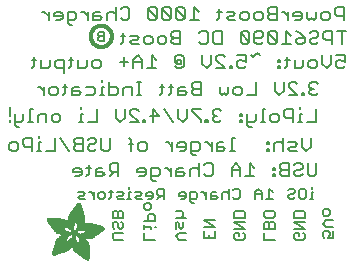
<source format=gbr>
G04 EAGLE Gerber RS-274X export*
G75*
%MOMM*%
%FSLAX34Y34*%
%LPD*%
%INSilkscreen Bottom*%
%IPPOS*%
%AMOC8*
5,1,8,0,0,1.08239X$1,22.5*%
G01*
%ADD10C,0.152400*%
%ADD11C,0.127000*%
%ADD12R,0.007600X0.068600*%
%ADD13R,0.007600X0.114300*%
%ADD14R,0.007700X0.152400*%
%ADD15R,0.007600X0.182900*%
%ADD16R,0.007600X0.205700*%
%ADD17R,0.007600X0.228600*%
%ADD18R,0.007600X0.259100*%
%ADD19R,0.007700X0.274300*%
%ADD20R,0.007600X0.289500*%
%ADD21R,0.007600X0.304800*%
%ADD22R,0.007600X0.320100*%
%ADD23R,0.007600X0.342900*%
%ADD24R,0.007700X0.350500*%
%ADD25R,0.007600X0.365800*%
%ADD26R,0.007600X0.381000*%
%ADD27R,0.007600X0.388600*%
%ADD28R,0.007600X0.403800*%
%ADD29R,0.007700X0.419100*%
%ADD30R,0.007600X0.426700*%
%ADD31R,0.007600X0.441900*%
%ADD32R,0.007600X0.449600*%
%ADD33R,0.007600X0.464800*%
%ADD34R,0.007700X0.480000*%
%ADD35R,0.007600X0.487600*%
%ADD36R,0.007600X0.495300*%
%ADD37R,0.007600X0.510500*%
%ADD38R,0.007600X0.518100*%
%ADD39R,0.007700X0.525700*%
%ADD40R,0.007600X0.541000*%
%ADD41R,0.007600X0.548600*%
%ADD42R,0.007600X0.563800*%
%ADD43R,0.007600X0.571500*%
%ADD44R,0.007700X0.579100*%
%ADD45R,0.007600X0.594300*%
%ADD46R,0.007600X0.601900*%
%ADD47R,0.007600X0.609600*%
%ADD48R,0.007600X0.624800*%
%ADD49R,0.007700X0.632400*%
%ADD50R,0.007600X0.640000*%
%ADD51R,0.007600X0.655300*%
%ADD52R,0.007600X0.662900*%
%ADD53R,0.007600X0.678100*%
%ADD54R,0.007700X0.685800*%
%ADD55R,0.007600X0.693400*%
%ADD56R,0.007600X0.708600*%
%ADD57R,0.007600X0.716200*%
%ADD58R,0.007600X0.723900*%
%ADD59R,0.007700X0.739100*%
%ADD60R,0.007600X0.746700*%
%ADD61R,0.007600X0.754300*%
%ADD62R,0.007600X0.769600*%
%ADD63R,0.007600X0.777200*%
%ADD64R,0.007700X0.792400*%
%ADD65R,0.007600X0.800100*%
%ADD66R,0.007600X0.807700*%
%ADD67R,0.007600X0.822900*%
%ADD68R,0.007600X0.830500*%
%ADD69R,0.007700X0.838200*%
%ADD70R,0.007600X0.091500*%
%ADD71R,0.007600X0.853400*%
%ADD72R,0.007600X0.144700*%
%ADD73R,0.007600X0.861000*%
%ADD74R,0.007600X0.190500*%
%ADD75R,0.007600X0.876300*%
%ADD76R,0.007600X0.221000*%
%ADD77R,0.007600X0.883900*%
%ADD78R,0.007700X0.259000*%
%ADD79R,0.007700X0.891500*%
%ADD80R,0.007600X0.289600*%
%ADD81R,0.007600X0.906700*%
%ADD82R,0.007600X0.914400*%
%ADD83R,0.007600X0.350500*%
%ADD84R,0.007600X0.922000*%
%ADD85R,0.007600X0.937200*%
%ADD86R,0.007700X0.411400*%
%ADD87R,0.007700X0.944800*%
%ADD88R,0.007600X0.434300*%
%ADD89R,0.007600X0.952500*%
%ADD90R,0.007600X0.464900*%
%ADD91R,0.007600X0.967700*%
%ADD92R,0.007600X0.975300*%
%ADD93R,0.007600X0.518200*%
%ADD94R,0.007600X0.990600*%
%ADD95R,0.007700X0.548600*%
%ADD96R,0.007700X0.998200*%
%ADD97R,0.007600X1.005800*%
%ADD98R,0.007600X0.594400*%
%ADD99R,0.007600X1.021000*%
%ADD100R,0.007600X0.617200*%
%ADD101R,0.007600X1.028700*%
%ADD102R,0.007600X0.647700*%
%ADD103R,0.007600X1.036300*%
%ADD104R,0.007700X0.670500*%
%ADD105R,0.007700X1.051500*%
%ADD106R,0.007600X1.059100*%
%ADD107R,0.007600X0.716300*%
%ADD108R,0.007600X1.066800*%
%ADD109R,0.007600X0.739100*%
%ADD110R,0.007600X1.074400*%
%ADD111R,0.007600X0.762000*%
%ADD112R,0.007600X1.089600*%
%ADD113R,0.007700X0.784800*%
%ADD114R,0.007700X1.097200*%
%ADD115R,0.007600X1.104900*%
%ADD116R,0.007600X0.830600*%
%ADD117R,0.007600X1.112500*%
%ADD118R,0.007600X0.845800*%
%ADD119R,0.007600X1.120100*%
%ADD120R,0.007600X0.868700*%
%ADD121R,0.007600X1.127700*%
%ADD122R,0.007700X1.135300*%
%ADD123R,0.007600X1.143000*%
%ADD124R,0.007600X0.944900*%
%ADD125R,0.007600X1.150600*%
%ADD126R,0.007600X0.960100*%
%ADD127R,0.007600X1.158200*%
%ADD128R,0.007600X0.983000*%
%ADD129R,0.007600X1.165800*%
%ADD130R,0.007700X1.005900*%
%ADD131R,0.007700X1.173400*%
%ADD132R,0.007600X1.021100*%
%ADD133R,0.007600X1.181100*%
%ADD134R,0.007600X1.044000*%
%ADD135R,0.007600X1.188700*%
%ADD136R,0.007600X1.196300*%
%ADD137R,0.007600X1.082000*%
%ADD138R,0.007600X1.203900*%
%ADD139R,0.007700X1.104900*%
%ADD140R,0.007700X1.211500*%
%ADD141R,0.007600X1.211500*%
%ADD142R,0.007600X1.219200*%
%ADD143R,0.007600X1.226800*%
%ADD144R,0.007600X1.234400*%
%ADD145R,0.007700X1.188700*%
%ADD146R,0.007700X1.242000*%
%ADD147R,0.007600X1.242000*%
%ADD148R,0.007600X1.211600*%
%ADD149R,0.007600X1.249600*%
%ADD150R,0.007600X1.257300*%
%ADD151R,0.007600X1.264900*%
%ADD152R,0.007700X1.242100*%
%ADD153R,0.007700X1.264900*%
%ADD154R,0.007600X1.272500*%
%ADD155R,0.007600X1.265000*%
%ADD156R,0.007600X1.280100*%
%ADD157R,0.007600X1.272600*%
%ADD158R,0.007600X1.287700*%
%ADD159R,0.007600X1.287800*%
%ADD160R,0.007700X1.295400*%
%ADD161R,0.007600X1.303000*%
%ADD162R,0.007600X1.318200*%
%ADD163R,0.007600X1.310600*%
%ADD164R,0.007600X1.325900*%
%ADD165R,0.007700X1.341100*%
%ADD166R,0.007700X1.318200*%
%ADD167R,0.007600X1.341100*%
%ADD168R,0.007600X1.325800*%
%ADD169R,0.007600X1.348700*%
%ADD170R,0.007600X1.364000*%
%ADD171R,0.007600X1.333500*%
%ADD172R,0.007700X1.371600*%
%ADD173R,0.007600X1.379200*%
%ADD174R,0.007600X1.379300*%
%ADD175R,0.007600X1.386900*%
%ADD176R,0.007600X1.394500*%
%ADD177R,0.007600X1.356300*%
%ADD178R,0.007700X1.394400*%
%ADD179R,0.007700X1.356300*%
%ADD180R,0.007600X1.402000*%
%ADD181R,0.007600X1.409700*%
%ADD182R,0.007600X1.363900*%
%ADD183R,0.007600X1.417300*%
%ADD184R,0.007600X1.371600*%
%ADD185R,0.007700X1.424900*%
%ADD186R,0.007600X1.424900*%
%ADD187R,0.007600X1.432600*%
%ADD188R,0.007600X1.440200*%
%ADD189R,0.007600X1.386800*%
%ADD190R,0.007700X1.447800*%
%ADD191R,0.007700X1.386800*%
%ADD192R,0.007600X1.447800*%
%ADD193R,0.007600X1.455500*%
%ADD194R,0.007600X1.394400*%
%ADD195R,0.007600X1.463100*%
%ADD196R,0.007700X1.455400*%
%ADD197R,0.007600X1.463000*%
%ADD198R,0.007600X1.470600*%
%ADD199R,0.007700X1.470600*%
%ADD200R,0.007700X1.409700*%
%ADD201R,0.007600X1.470700*%
%ADD202R,0.007600X1.402100*%
%ADD203R,0.007600X1.478300*%
%ADD204R,0.007700X1.478300*%
%ADD205R,0.007700X1.402100*%
%ADD206R,0.007600X1.485900*%
%ADD207R,0.007700X1.485900*%
%ADD208R,0.007700X1.493500*%
%ADD209R,0.007600X1.493500*%
%ADD210R,0.007700X1.394500*%
%ADD211R,0.007700X1.493600*%
%ADD212R,0.007700X1.386900*%
%ADD213R,0.007700X1.379200*%
%ADD214R,0.007700X2.857500*%
%ADD215R,0.007600X2.857500*%
%ADD216R,0.007600X2.849900*%
%ADD217R,0.007600X2.842300*%
%ADD218R,0.007700X2.834700*%
%ADD219R,0.007600X2.827000*%
%ADD220R,0.007600X2.819400*%
%ADD221R,0.007600X2.811800*%
%ADD222R,0.007700X2.811800*%
%ADD223R,0.007600X2.804100*%
%ADD224R,0.007600X2.796500*%
%ADD225R,0.007600X1.966000*%
%ADD226R,0.007600X1.943100*%
%ADD227R,0.007600X0.754400*%
%ADD228R,0.007700X1.927900*%
%ADD229R,0.007700X0.746700*%
%ADD230R,0.007600X1.912600*%
%ADD231R,0.007600X0.731500*%
%ADD232R,0.007600X1.905000*%
%ADD233R,0.007600X1.882200*%
%ADD234R,0.007600X1.874600*%
%ADD235R,0.007700X1.866900*%
%ADD236R,0.007700X0.708700*%
%ADD237R,0.007600X1.851600*%
%ADD238R,0.007600X0.701100*%
%ADD239R,0.007600X1.844000*%
%ADD240R,0.007600X1.836400*%
%ADD241R,0.007600X1.821200*%
%ADD242R,0.007600X0.685800*%
%ADD243R,0.007700X1.813500*%
%ADD244R,0.007600X1.805900*%
%ADD245R,0.007600X0.678200*%
%ADD246R,0.007600X1.790700*%
%ADD247R,0.007600X0.670600*%
%ADD248R,0.007600X1.775500*%
%ADD249R,0.007700X1.767900*%
%ADD250R,0.007700X0.663000*%
%ADD251R,0.007600X1.760200*%
%ADD252R,0.007600X1.752600*%
%ADD253R,0.007600X0.937300*%
%ADD254R,0.007600X0.792500*%
%ADD255R,0.007600X0.899100*%
%ADD256R,0.007700X0.883900*%
%ADD257R,0.007700X0.716300*%
%ADD258R,0.007700X0.647700*%
%ADD259R,0.007600X0.640100*%
%ADD260R,0.007600X0.632500*%
%ADD261R,0.007600X0.655400*%
%ADD262R,0.007600X0.632400*%
%ADD263R,0.007700X0.845800*%
%ADD264R,0.007700X0.617200*%
%ADD265R,0.007700X0.624800*%
%ADD266R,0.007600X0.602000*%
%ADD267R,0.007600X0.838200*%
%ADD268R,0.007600X0.586700*%
%ADD269R,0.007600X0.548700*%
%ADD270R,0.007700X0.830500*%
%ADD271R,0.007700X0.541000*%
%ADD272R,0.007700X0.594300*%
%ADD273R,0.007600X0.525800*%
%ADD274R,0.007600X0.586800*%
%ADD275R,0.007600X0.815300*%
%ADD276R,0.007600X0.579200*%
%ADD277R,0.007600X0.815400*%
%ADD278R,0.007700X0.815400*%
%ADD279R,0.007700X0.571500*%
%ADD280R,0.007600X0.807800*%
%ADD281R,0.007600X0.563900*%
%ADD282R,0.007600X0.457200*%
%ADD283R,0.007600X0.442000*%
%ADD284R,0.007600X0.556300*%
%ADD285R,0.007700X0.807700*%
%ADD286R,0.007600X0.411500*%
%ADD287R,0.007600X0.533400*%
%ADD288R,0.007600X0.076200*%
%ADD289R,0.007600X0.403900*%
%ADD290R,0.007600X0.525700*%
%ADD291R,0.007600X0.388700*%
%ADD292R,0.007600X0.297200*%
%ADD293R,0.007700X0.373400*%
%ADD294R,0.007700X0.503000*%
%ADD295R,0.007700X0.426800*%
%ADD296R,0.007600X0.358100*%
%ADD297R,0.007600X0.502900*%
%ADD298R,0.007600X0.472400*%
%ADD299R,0.007600X0.487700*%
%ADD300R,0.007600X0.335300*%
%ADD301R,0.007700X0.792500*%
%ADD302R,0.007700X0.327600*%
%ADD303R,0.007700X0.472400*%
%ADD304R,0.007700X0.640000*%
%ADD305R,0.007600X0.784800*%
%ADD306R,0.007600X0.320000*%
%ADD307R,0.007600X0.792400*%
%ADD308R,0.007600X1.173400*%
%ADD309R,0.007600X1.196400*%
%ADD310R,0.007600X0.784900*%
%ADD311R,0.007700X0.784900*%
%ADD312R,0.007700X0.297200*%
%ADD313R,0.007600X1.249700*%
%ADD314R,0.007600X0.281900*%
%ADD315R,0.007600X1.295400*%
%ADD316R,0.007600X0.266700*%
%ADD317R,0.007700X0.777300*%
%ADD318R,0.007700X0.266700*%
%ADD319R,0.007700X1.333500*%
%ADD320R,0.007600X0.777300*%
%ADD321R,0.007600X1.348800*%
%ADD322R,0.007600X0.251500*%
%ADD323R,0.007700X0.243900*%
%ADD324R,0.007600X0.243900*%
%ADD325R,0.007600X1.440100*%
%ADD326R,0.007600X0.236200*%
%ADD327R,0.007700X0.762000*%
%ADD328R,0.007700X0.236200*%
%ADD329R,0.007700X1.508700*%
%ADD330R,0.007600X1.531600*%
%ADD331R,0.007600X1.546900*%
%ADD332R,0.007600X1.569700*%
%ADD333R,0.007600X1.585000*%
%ADD334R,0.007700X0.746800*%
%ADD335R,0.007700X1.607800*%
%ADD336R,0.007600X0.243800*%
%ADD337R,0.007600X1.630700*%
%ADD338R,0.007600X1.653500*%
%ADD339R,0.007600X0.739200*%
%ADD340R,0.007600X1.684000*%
%ADD341R,0.007600X2.019300*%
%ADD342R,0.007700X0.731500*%
%ADD343R,0.007700X2.026900*%
%ADD344R,0.007600X2.049800*%
%ADD345R,0.007600X2.057400*%
%ADD346R,0.007600X0.708700*%
%ADD347R,0.007600X2.072600*%
%ADD348R,0.007600X0.701000*%
%ADD349R,0.007600X2.095500*%
%ADD350R,0.007700X0.693500*%
%ADD351R,0.007700X2.110800*%
%ADD352R,0.007600X2.141200*%
%ADD353R,0.007600X0.060900*%
%ADD354R,0.007600X2.872700*%
%ADD355R,0.007600X3.124200*%
%ADD356R,0.007600X3.177600*%
%ADD357R,0.007700X3.215600*%
%ADD358R,0.007600X3.253700*%
%ADD359R,0.007600X3.284300*%
%ADD360R,0.007600X3.314700*%
%ADD361R,0.007600X3.352800*%
%ADD362R,0.007700X3.375600*%
%ADD363R,0.007600X3.406200*%
%ADD364R,0.007600X3.429000*%
%ADD365R,0.007600X3.451800*%
%ADD366R,0.007600X3.482400*%
%ADD367R,0.007700X1.828800*%
%ADD368R,0.007700X1.539300*%
%ADD369R,0.007600X1.767900*%
%ADD370R,0.007600X1.767800*%
%ADD371R,0.007700X1.760200*%
%ADD372R,0.007600X1.760300*%
%ADD373R,0.007700X1.775400*%
%ADD374R,0.007700X1.379300*%
%ADD375R,0.007600X1.783000*%
%ADD376R,0.007600X1.813500*%
%ADD377R,0.007700X1.821100*%
%ADD378R,0.007600X0.503000*%
%ADD379R,0.007600X1.135400*%
%ADD380R,0.007700X1.127700*%
%ADD381R,0.007700X0.487700*%
%ADD382R,0.007600X1.120200*%
%ADD383R,0.007600X1.097300*%
%ADD384R,0.007600X0.510600*%
%ADD385R,0.007700X1.074400*%
%ADD386R,0.007700X0.525800*%
%ADD387R,0.007700X1.440200*%
%ADD388R,0.007600X1.059200*%
%ADD389R,0.007600X1.051600*%
%ADD390R,0.007600X1.051500*%
%ADD391R,0.007700X1.043900*%
%ADD392R,0.007700X0.602000*%
%ADD393R,0.007600X1.524000*%
%ADD394R,0.007600X1.539300*%
%ADD395R,0.007600X1.592600*%
%ADD396R,0.007700X1.021100*%
%ADD397R,0.007700X1.615400*%
%ADD398R,0.007600X1.013400*%
%ADD399R,0.007600X1.653600*%
%ADD400R,0.007600X1.013500*%
%ADD401R,0.007600X1.699300*%
%ADD402R,0.007600X2.743200*%
%ADD403R,0.007600X1.005900*%
%ADD404R,0.007600X2.415500*%
%ADD405R,0.007700X1.005800*%
%ADD406R,0.007700X0.281900*%
%ADD407R,0.007700X2.408000*%
%ADD408R,0.007600X2.407900*%
%ADD409R,0.007600X0.998200*%
%ADD410R,0.007600X0.282000*%
%ADD411R,0.007600X0.998300*%
%ADD412R,0.007600X2.400300*%
%ADD413R,0.007700X0.289500*%
%ADD414R,0.007700X2.400300*%
%ADD415R,0.007600X0.297100*%
%ADD416R,0.007600X0.312400*%
%ADD417R,0.007600X2.392700*%
%ADD418R,0.007700X0.990600*%
%ADD419R,0.007700X0.327700*%
%ADD420R,0.007700X2.392700*%
%ADD421R,0.007600X2.385100*%
%ADD422R,0.007700X0.381000*%
%ADD423R,0.007700X2.377400*%
%ADD424R,0.007600X2.377400*%
%ADD425R,0.007600X2.369800*%
%ADD426R,0.007600X0.419100*%
%ADD427R,0.007600X2.362200*%
%ADD428R,0.007600X0.426800*%
%ADD429R,0.007700X1.036300*%
%ADD430R,0.007700X0.442000*%
%ADD431R,0.007700X2.354600*%
%ADD432R,0.007600X2.354600*%
%ADD433R,0.007600X0.480100*%
%ADD434R,0.007600X2.347000*%
%ADD435R,0.007600X1.074500*%
%ADD436R,0.007600X2.339400*%
%ADD437R,0.007700X1.082100*%
%ADD438R,0.007700X0.548700*%
%ADD439R,0.007700X2.331800*%
%ADD440R,0.007600X2.331800*%
%ADD441R,0.007600X0.624900*%
%ADD442R,0.007600X2.324100*%
%ADD443R,0.007600X1.859300*%
%ADD444R,0.007600X2.308800*%
%ADD445R,0.007700X2.301200*%
%ADD446R,0.007600X2.301200*%
%ADD447R,0.007600X2.293600*%
%ADD448R,0.007600X2.278400*%
%ADD449R,0.007600X1.889800*%
%ADD450R,0.007600X2.270700*%
%ADD451R,0.007700X1.897400*%
%ADD452R,0.007700X2.255500*%
%ADD453R,0.007600X1.897400*%
%ADD454R,0.007600X2.247900*%
%ADD455R,0.007600X2.232600*%
%ADD456R,0.007600X1.912700*%
%ADD457R,0.007600X2.209800*%
%ADD458R,0.007600X1.920300*%
%ADD459R,0.007600X2.186900*%
%ADD460R,0.007700X1.920300*%
%ADD461R,0.007700X2.171700*%
%ADD462R,0.007600X1.935500*%
%ADD463R,0.007600X2.148800*%
%ADD464R,0.007600X2.126000*%
%ADD465R,0.007600X1.950700*%
%ADD466R,0.007700X1.958400*%
%ADD467R,0.007700X2.042200*%
%ADD468R,0.007600X1.973600*%
%ADD469R,0.007600X1.996500*%
%ADD470R,0.007600X1.981200*%
%ADD471R,0.007600X1.988800*%
%ADD472R,0.007700X1.996400*%
%ADD473R,0.007600X1.996400*%
%ADD474R,0.007600X2.004100*%
%ADD475R,0.007600X1.874500*%
%ADD476R,0.007600X1.425000*%
%ADD477R,0.007600X2.026900*%
%ADD478R,0.007700X0.434400*%
%ADD479R,0.007700X1.364000*%
%ADD480R,0.007600X2.034500*%
%ADD481R,0.007600X0.434400*%
%ADD482R,0.007600X2.049700*%
%ADD483R,0.007700X2.065000*%
%ADD484R,0.007700X0.464800*%
%ADD485R,0.007700X1.196300*%
%ADD486R,0.007600X2.080300*%
%ADD487R,0.007600X1.158300*%
%ADD488R,0.007600X2.087900*%
%ADD489R,0.007600X0.472500*%
%ADD490R,0.007600X2.103100*%
%ADD491R,0.007600X2.118400*%
%ADD492R,0.007600X2.133600*%
%ADD493R,0.007700X2.148800*%
%ADD494R,0.007600X2.164000*%
%ADD495R,0.007600X2.171700*%
%ADD496R,0.007600X2.187000*%
%ADD497R,0.007600X0.556200*%
%ADD498R,0.007700X2.202200*%
%ADD499R,0.007700X0.556200*%
%ADD500R,0.007700X0.640100*%
%ADD501R,0.007600X0.579100*%
%ADD502R,0.007600X0.480000*%
%ADD503R,0.007700X1.752600*%
%ADD504R,0.007700X0.487600*%
%ADD505R,0.007700X0.594400*%
%ADD506R,0.007700X0.358100*%
%ADD507R,0.007600X0.099000*%
%ADD508R,0.007600X1.280200*%
%ADD509R,0.007600X1.745000*%
%ADD510R,0.007600X1.744900*%
%ADD511R,0.007700X1.737300*%
%ADD512R,0.007600X1.737400*%
%ADD513R,0.007600X1.729800*%
%ADD514R,0.007600X1.722200*%
%ADD515R,0.007600X1.722100*%
%ADD516R,0.007700X1.714500*%
%ADD517R,0.007700X1.356400*%
%ADD518R,0.007600X1.706900*%
%ADD519R,0.007600X1.356400*%
%ADD520R,0.007600X1.691700*%
%ADD521R,0.007700X1.668800*%
%ADD522R,0.007600X1.645900*%
%ADD523R,0.007600X1.623100*%
%ADD524R,0.007600X1.577400*%
%ADD525R,0.007600X1.554400*%
%ADD526R,0.007600X1.539200*%
%ADD527R,0.007700X1.524000*%
%ADD528R,0.007600X1.501100*%
%ADD529R,0.007600X1.455400*%
%ADD530R,0.007700X1.348800*%
%ADD531R,0.007600X1.318300*%
%ADD532R,0.007700X1.310600*%
%ADD533R,0.007700X1.287800*%
%ADD534R,0.007600X1.234500*%
%ADD535R,0.007600X1.226900*%
%ADD536R,0.007700X1.173500*%
%ADD537R,0.007600X1.173500*%
%ADD538R,0.007600X1.165900*%
%ADD539R,0.007700X1.143000*%
%ADD540R,0.007600X1.127800*%
%ADD541R,0.007600X1.097200*%
%ADD542R,0.007700X1.028700*%
%ADD543R,0.007600X0.982900*%
%ADD544R,0.007700X0.952500*%
%ADD545R,0.007600X0.929600*%
%ADD546R,0.007700X0.906800*%
%ADD547R,0.007600X0.906800*%
%ADD548R,0.007600X0.899200*%
%ADD549R,0.007600X0.884000*%
%ADD550R,0.007700X0.876300*%
%ADD551R,0.007700X0.830600*%
%ADD552R,0.007700X0.754400*%
%ADD553R,0.007600X0.746800*%
%ADD554R,0.007700X0.708600*%
%ADD555R,0.007700X0.678200*%
%ADD556R,0.007600X0.663000*%
%ADD557R,0.007700X0.632500*%
%ADD558R,0.007700X0.556300*%
%ADD559R,0.007700X0.518200*%
%ADD560R,0.007700X0.434300*%
%ADD561R,0.007700X0.396300*%
%ADD562R,0.007600X0.373300*%
%ADD563R,0.007600X0.365700*%
%ADD564R,0.007600X0.327700*%
%ADD565R,0.007700X0.304800*%
%ADD566R,0.007600X0.274300*%
%ADD567R,0.007700X0.243800*%
%ADD568R,0.007600X0.205800*%
%ADD569R,0.007600X0.152400*%
%ADD570R,0.007700X0.121900*%
%ADD571C,0.304800*%
%ADD572C,0.203200*%


D10*
X316479Y188722D02*
X316479Y199908D01*
X312751Y199908D02*
X320208Y199908D01*
X308514Y199908D02*
X308514Y188722D01*
X308514Y199908D02*
X302921Y199908D01*
X301057Y198043D01*
X301057Y194315D01*
X302921Y192451D01*
X308514Y192451D01*
X291227Y199908D02*
X289363Y198043D01*
X291227Y199908D02*
X294956Y199908D01*
X296820Y198043D01*
X296820Y196179D01*
X294956Y194315D01*
X291227Y194315D01*
X289363Y192451D01*
X289363Y190586D01*
X291227Y188722D01*
X294956Y188722D01*
X296820Y190586D01*
X281398Y198043D02*
X277669Y199908D01*
X281398Y198043D02*
X285126Y194315D01*
X285126Y190586D01*
X283262Y188722D01*
X279533Y188722D01*
X277669Y190586D01*
X277669Y192451D01*
X279533Y194315D01*
X285126Y194315D01*
X273432Y196179D02*
X269704Y199908D01*
X269704Y188722D01*
X273432Y188722D02*
X265975Y188722D01*
X261738Y190586D02*
X261738Y198043D01*
X259874Y199908D01*
X256145Y199908D01*
X254281Y198043D01*
X254281Y190586D01*
X256145Y188722D01*
X259874Y188722D01*
X261738Y190586D01*
X254281Y198043D01*
X250044Y190586D02*
X248180Y188722D01*
X244451Y188722D01*
X242587Y190586D01*
X242587Y198043D01*
X244451Y199908D01*
X248180Y199908D01*
X250044Y198043D01*
X250044Y196179D01*
X248180Y194315D01*
X242587Y194315D01*
X238350Y198043D02*
X238350Y190586D01*
X238350Y198043D02*
X236486Y199908D01*
X232757Y199908D01*
X230893Y198043D01*
X230893Y190586D01*
X232757Y188722D01*
X236486Y188722D01*
X238350Y190586D01*
X230893Y198043D01*
X214962Y199908D02*
X214962Y188722D01*
X209369Y188722D01*
X207505Y190586D01*
X207505Y198043D01*
X209369Y199908D01*
X214962Y199908D01*
X197676Y199908D02*
X195811Y198043D01*
X197676Y199908D02*
X201404Y199908D01*
X203268Y198043D01*
X203268Y190586D01*
X201404Y188722D01*
X197676Y188722D01*
X195811Y190586D01*
X179880Y188722D02*
X179880Y199908D01*
X174288Y199908D01*
X172423Y198043D01*
X172423Y196179D01*
X174288Y194315D01*
X172423Y192451D01*
X172423Y190586D01*
X174288Y188722D01*
X179880Y188722D01*
X179880Y194315D02*
X174288Y194315D01*
X166322Y188722D02*
X162594Y188722D01*
X160729Y190586D01*
X160729Y194315D01*
X162594Y196179D01*
X166322Y196179D01*
X168186Y194315D01*
X168186Y190586D01*
X166322Y188722D01*
X154628Y188722D02*
X150900Y188722D01*
X149035Y190586D01*
X149035Y194315D01*
X150900Y196179D01*
X154628Y196179D01*
X156492Y194315D01*
X156492Y190586D01*
X154628Y188722D01*
X144798Y188722D02*
X139206Y188722D01*
X137341Y190586D01*
X139206Y192451D01*
X142934Y192451D01*
X144798Y194315D01*
X142934Y196179D01*
X137341Y196179D01*
X131240Y198043D02*
X131240Y190586D01*
X129376Y188722D01*
X129376Y196179D02*
X133104Y196179D01*
X318076Y209042D02*
X318076Y220228D01*
X312484Y220228D01*
X310619Y218363D01*
X310619Y214635D01*
X312484Y212771D01*
X318076Y212771D01*
X304518Y209042D02*
X300790Y209042D01*
X298925Y210906D01*
X298925Y214635D01*
X300790Y216499D01*
X304518Y216499D01*
X306382Y214635D01*
X306382Y210906D01*
X304518Y209042D01*
X294689Y210906D02*
X294689Y216499D01*
X294689Y210906D02*
X292824Y209042D01*
X290960Y210906D01*
X289096Y209042D01*
X287231Y210906D01*
X287231Y216499D01*
X281130Y209042D02*
X277402Y209042D01*
X281130Y209042D02*
X282995Y210906D01*
X282995Y214635D01*
X281130Y216499D01*
X277402Y216499D01*
X275538Y214635D01*
X275538Y212771D01*
X282995Y212771D01*
X271301Y216499D02*
X271301Y209042D01*
X271301Y212771D02*
X267572Y216499D01*
X265708Y216499D01*
X261556Y220228D02*
X261556Y209042D01*
X261556Y220228D02*
X255963Y220228D01*
X254099Y218363D01*
X254099Y216499D01*
X255963Y214635D01*
X254099Y212771D01*
X254099Y210906D01*
X255963Y209042D01*
X261556Y209042D01*
X261556Y214635D02*
X255963Y214635D01*
X247997Y209042D02*
X244269Y209042D01*
X242405Y210906D01*
X242405Y214635D01*
X244269Y216499D01*
X247997Y216499D01*
X249862Y214635D01*
X249862Y210906D01*
X247997Y209042D01*
X236303Y209042D02*
X232575Y209042D01*
X230711Y210906D01*
X230711Y214635D01*
X232575Y216499D01*
X236303Y216499D01*
X238168Y214635D01*
X238168Y210906D01*
X236303Y209042D01*
X226474Y209042D02*
X220881Y209042D01*
X219017Y210906D01*
X220881Y212771D01*
X224609Y212771D01*
X226474Y214635D01*
X224609Y216499D01*
X219017Y216499D01*
X212915Y218363D02*
X212915Y210906D01*
X211051Y209042D01*
X211051Y216499D02*
X214780Y216499D01*
X195290Y216499D02*
X191561Y220228D01*
X191561Y209042D01*
X187833Y209042D02*
X195290Y209042D01*
X183596Y210906D02*
X183596Y218363D01*
X181732Y220228D01*
X178003Y220228D01*
X176139Y218363D01*
X176139Y210906D01*
X178003Y209042D01*
X181732Y209042D01*
X183596Y210906D01*
X176139Y218363D01*
X171902Y218363D02*
X171902Y210906D01*
X171902Y218363D02*
X170038Y220228D01*
X166309Y220228D01*
X164445Y218363D01*
X164445Y210906D01*
X166309Y209042D01*
X170038Y209042D01*
X171902Y210906D01*
X164445Y218363D01*
X160208Y218363D02*
X160208Y210906D01*
X160208Y218363D02*
X158344Y220228D01*
X154615Y220228D01*
X152751Y218363D01*
X152751Y210906D01*
X154615Y209042D01*
X158344Y209042D01*
X160208Y210906D01*
X152751Y218363D01*
X131227Y220228D02*
X129363Y218363D01*
X131227Y220228D02*
X134956Y220228D01*
X136820Y218363D01*
X136820Y210906D01*
X134956Y209042D01*
X131227Y209042D01*
X129363Y210906D01*
X125126Y209042D02*
X125126Y220228D01*
X123262Y216499D02*
X125126Y214635D01*
X123262Y216499D02*
X119533Y216499D01*
X117669Y214635D01*
X117669Y209042D01*
X111568Y216499D02*
X107839Y216499D01*
X105975Y214635D01*
X105975Y209042D01*
X111568Y209042D01*
X113432Y210906D01*
X111568Y212771D01*
X105975Y212771D01*
X101738Y216499D02*
X101738Y209042D01*
X101738Y212771D02*
X98010Y216499D01*
X96145Y216499D01*
X88265Y205314D02*
X86400Y205314D01*
X84536Y207178D01*
X84536Y216499D01*
X90129Y216499D01*
X91993Y214635D01*
X91993Y210906D01*
X90129Y209042D01*
X84536Y209042D01*
X78435Y209042D02*
X74706Y209042D01*
X78435Y209042D02*
X80299Y210906D01*
X80299Y214635D01*
X78435Y216499D01*
X74706Y216499D01*
X72842Y214635D01*
X72842Y212771D01*
X80299Y212771D01*
X68605Y216499D02*
X68605Y209042D01*
X68605Y212771D02*
X64877Y216499D01*
X63012Y216499D01*
D11*
X291000Y63717D02*
X292483Y63717D01*
X291000Y63717D02*
X291000Y57785D01*
X292483Y57785D02*
X289517Y57785D01*
X291000Y66683D02*
X291000Y68166D01*
X284763Y66683D02*
X281797Y66683D01*
X284763Y66683D02*
X286246Y65200D01*
X286246Y59268D01*
X284763Y57785D01*
X281797Y57785D01*
X280314Y59268D01*
X280314Y65200D01*
X281797Y66683D01*
X272442Y66683D02*
X270959Y65200D01*
X272442Y66683D02*
X275408Y66683D01*
X276891Y65200D01*
X276891Y63717D01*
X275408Y62234D01*
X272442Y62234D01*
X270959Y60751D01*
X270959Y59268D01*
X272442Y57785D01*
X275408Y57785D01*
X276891Y59268D01*
X258181Y63717D02*
X255215Y66683D01*
X255215Y57785D01*
X258181Y57785D02*
X252249Y57785D01*
X248825Y57785D02*
X248825Y63717D01*
X245860Y66683D01*
X242894Y63717D01*
X242894Y57785D01*
X242894Y62234D02*
X248825Y62234D01*
X225666Y66683D02*
X224183Y65200D01*
X225666Y66683D02*
X228632Y66683D01*
X230115Y65200D01*
X230115Y59268D01*
X228632Y57785D01*
X225666Y57785D01*
X224183Y59268D01*
X220760Y57785D02*
X220760Y66683D01*
X219277Y63717D02*
X220760Y62234D01*
X219277Y63717D02*
X216311Y63717D01*
X214828Y62234D01*
X214828Y57785D01*
X209922Y63717D02*
X206956Y63717D01*
X205473Y62234D01*
X205473Y57785D01*
X209922Y57785D01*
X211405Y59268D01*
X209922Y60751D01*
X205473Y60751D01*
X202049Y57785D02*
X202049Y63717D01*
X199084Y63717D02*
X202049Y60751D01*
X199084Y63717D02*
X197601Y63717D01*
X191288Y54819D02*
X189805Y54819D01*
X188322Y56302D01*
X188322Y63717D01*
X192771Y63717D01*
X194254Y62234D01*
X194254Y59268D01*
X192771Y57785D01*
X188322Y57785D01*
X183415Y57785D02*
X180450Y57785D01*
X183415Y57785D02*
X184898Y59268D01*
X184898Y62234D01*
X183415Y63717D01*
X180450Y63717D01*
X178967Y62234D01*
X178967Y60751D01*
X184898Y60751D01*
X166188Y57785D02*
X166188Y66683D01*
X161739Y66683D01*
X160256Y65200D01*
X160256Y62234D01*
X161739Y60751D01*
X166188Y60751D01*
X163222Y60751D02*
X160256Y57785D01*
X155350Y57785D02*
X152384Y57785D01*
X155350Y57785D02*
X156833Y59268D01*
X156833Y62234D01*
X155350Y63717D01*
X152384Y63717D01*
X150901Y62234D01*
X150901Y60751D01*
X156833Y60751D01*
X147478Y57785D02*
X143029Y57785D01*
X141546Y59268D01*
X143029Y60751D01*
X145995Y60751D01*
X147478Y62234D01*
X145995Y63717D01*
X141546Y63717D01*
X138122Y63717D02*
X136639Y63717D01*
X136639Y57785D01*
X135157Y57785D02*
X138122Y57785D01*
X136639Y66683D02*
X136639Y68166D01*
X131886Y57785D02*
X127437Y57785D01*
X125954Y59268D01*
X127437Y60751D01*
X130403Y60751D01*
X131886Y62234D01*
X130403Y63717D01*
X125954Y63717D01*
X121048Y65200D02*
X121048Y59268D01*
X119565Y57785D01*
X119565Y63717D02*
X122530Y63717D01*
X114811Y57785D02*
X111845Y57785D01*
X110362Y59268D01*
X110362Y62234D01*
X111845Y63717D01*
X114811Y63717D01*
X116294Y62234D01*
X116294Y59268D01*
X114811Y57785D01*
X106938Y57785D02*
X106938Y63717D01*
X103973Y63717D02*
X106938Y60751D01*
X103973Y63717D02*
X102490Y63717D01*
X99142Y57785D02*
X94694Y57785D01*
X93211Y59268D01*
X94694Y60751D01*
X97660Y60751D01*
X99142Y62234D01*
X97660Y63717D01*
X93211Y63717D01*
D10*
X311682Y179588D02*
X319139Y179588D01*
X319139Y173995D01*
X315410Y175859D01*
X313546Y175859D01*
X311682Y173995D01*
X311682Y170266D01*
X313546Y168402D01*
X317275Y168402D01*
X319139Y170266D01*
X307445Y172131D02*
X307445Y179588D01*
X307445Y172131D02*
X303716Y168402D01*
X299988Y172131D01*
X299988Y179588D01*
X293887Y168402D02*
X290158Y168402D01*
X288294Y170266D01*
X288294Y173995D01*
X290158Y175859D01*
X293887Y175859D01*
X295751Y173995D01*
X295751Y170266D01*
X293887Y168402D01*
X284057Y170266D02*
X284057Y175859D01*
X284057Y170266D02*
X282193Y168402D01*
X276600Y168402D01*
X276600Y175859D01*
X270499Y177723D02*
X270499Y170266D01*
X268635Y168402D01*
X268635Y175859D02*
X272363Y175859D01*
X264567Y175859D02*
X262703Y175859D01*
X262703Y173995D01*
X264567Y173995D01*
X264567Y175859D01*
X264567Y170266D02*
X262703Y170266D01*
X262703Y168402D01*
X264567Y168402D01*
X264567Y170266D01*
X247026Y179588D02*
X245162Y181452D01*
X241433Y177723D01*
X239569Y179588D01*
X235332Y179588D02*
X227875Y179588D01*
X235332Y179588D02*
X235332Y173995D01*
X231604Y175859D01*
X229739Y175859D01*
X227875Y173995D01*
X227875Y170266D01*
X229739Y168402D01*
X233468Y168402D01*
X235332Y170266D01*
X223638Y170266D02*
X223638Y168402D01*
X223638Y170266D02*
X221774Y170266D01*
X221774Y168402D01*
X223638Y168402D01*
X217791Y168402D02*
X210334Y168402D01*
X217791Y168402D02*
X210334Y175859D01*
X210334Y177723D01*
X212199Y179588D01*
X215927Y179588D01*
X217791Y177723D01*
X206097Y179588D02*
X206097Y172131D01*
X202369Y168402D01*
X198640Y172131D01*
X198640Y179588D01*
X177117Y168402D02*
X175252Y170266D01*
X177117Y168402D02*
X180845Y168402D01*
X182709Y170266D01*
X182709Y177723D01*
X180845Y179588D01*
X177117Y179588D01*
X175252Y177723D01*
X175252Y173995D01*
X177117Y172131D01*
X180845Y172131D01*
X180845Y175859D01*
X177117Y175859D01*
X177117Y172131D01*
X159321Y175859D02*
X155593Y179588D01*
X155593Y168402D01*
X159321Y168402D02*
X151864Y168402D01*
X147627Y168402D02*
X147627Y175859D01*
X143899Y179588D01*
X140170Y175859D01*
X140170Y168402D01*
X140170Y173995D02*
X147627Y173995D01*
X135933Y173995D02*
X128476Y173995D01*
X132205Y177723D02*
X132205Y170266D01*
X110681Y168402D02*
X106953Y168402D01*
X105089Y170266D01*
X105089Y173995D01*
X106953Y175859D01*
X110681Y175859D01*
X112546Y173995D01*
X112546Y170266D01*
X110681Y168402D01*
X100852Y170266D02*
X100852Y175859D01*
X100852Y170266D02*
X98987Y168402D01*
X93395Y168402D01*
X93395Y175859D01*
X87293Y177723D02*
X87293Y170266D01*
X85429Y168402D01*
X85429Y175859D02*
X89158Y175859D01*
X81362Y175859D02*
X81362Y164674D01*
X81362Y175859D02*
X75769Y175859D01*
X73905Y173995D01*
X73905Y170266D01*
X75769Y168402D01*
X81362Y168402D01*
X69668Y170266D02*
X69668Y175859D01*
X69668Y170266D02*
X67803Y168402D01*
X62211Y168402D01*
X62211Y175859D01*
X56109Y177723D02*
X56109Y170266D01*
X54245Y168402D01*
X54245Y175859D02*
X57974Y175859D01*
X294742Y156728D02*
X296606Y154863D01*
X294742Y156728D02*
X291013Y156728D01*
X289149Y154863D01*
X289149Y152999D01*
X291013Y151135D01*
X292877Y151135D01*
X291013Y151135D02*
X289149Y149271D01*
X289149Y147406D01*
X291013Y145542D01*
X294742Y145542D01*
X296606Y147406D01*
X284912Y147406D02*
X284912Y145542D01*
X284912Y147406D02*
X283048Y147406D01*
X283048Y145542D01*
X284912Y145542D01*
X279065Y145542D02*
X271608Y145542D01*
X279065Y145542D02*
X271608Y152999D01*
X271608Y154863D01*
X273472Y156728D01*
X277201Y156728D01*
X279065Y154863D01*
X267371Y156728D02*
X267371Y149271D01*
X263643Y145542D01*
X259914Y149271D01*
X259914Y156728D01*
X243983Y156728D02*
X243983Y145542D01*
X236526Y145542D01*
X230425Y145542D02*
X226696Y145542D01*
X224832Y147406D01*
X224832Y151135D01*
X226696Y152999D01*
X230425Y152999D01*
X232289Y151135D01*
X232289Y147406D01*
X230425Y145542D01*
X220595Y147406D02*
X220595Y152999D01*
X220595Y147406D02*
X218731Y145542D01*
X216867Y147406D01*
X215002Y145542D01*
X213138Y147406D01*
X213138Y152999D01*
X197207Y156728D02*
X197207Y145542D01*
X197207Y156728D02*
X191614Y156728D01*
X189750Y154863D01*
X189750Y152999D01*
X191614Y151135D01*
X189750Y149271D01*
X189750Y147406D01*
X191614Y145542D01*
X197207Y145542D01*
X197207Y151135D02*
X191614Y151135D01*
X183649Y152999D02*
X179921Y152999D01*
X178056Y151135D01*
X178056Y145542D01*
X183649Y145542D01*
X185513Y147406D01*
X183649Y149271D01*
X178056Y149271D01*
X171955Y147406D02*
X171955Y154863D01*
X171955Y147406D02*
X170091Y145542D01*
X170091Y152999D02*
X173819Y152999D01*
X164159Y154863D02*
X164159Y147406D01*
X162295Y145542D01*
X162295Y152999D02*
X166023Y152999D01*
X146533Y145542D02*
X142805Y145542D01*
X144669Y145542D02*
X144669Y156728D01*
X146533Y156728D02*
X142805Y156728D01*
X138737Y152999D02*
X138737Y145542D01*
X138737Y152999D02*
X133145Y152999D01*
X131280Y151135D01*
X131280Y145542D01*
X119586Y145542D02*
X119586Y156728D01*
X119586Y145542D02*
X125179Y145542D01*
X127043Y147406D01*
X127043Y151135D01*
X125179Y152999D01*
X119586Y152999D01*
X115349Y152999D02*
X113485Y152999D01*
X113485Y145542D01*
X115349Y145542D02*
X111621Y145542D01*
X113485Y156728D02*
X113485Y158592D01*
X105689Y152999D02*
X100096Y152999D01*
X105689Y152999D02*
X107554Y151135D01*
X107554Y147406D01*
X105689Y145542D01*
X100096Y145542D01*
X93995Y152999D02*
X90267Y152999D01*
X88403Y151135D01*
X88403Y145542D01*
X93995Y145542D01*
X95860Y147406D01*
X93995Y149271D01*
X88403Y149271D01*
X82301Y147406D02*
X82301Y154863D01*
X82301Y147406D02*
X80437Y145542D01*
X80437Y152999D02*
X84166Y152999D01*
X74505Y145542D02*
X70777Y145542D01*
X68913Y147406D01*
X68913Y151135D01*
X70777Y152999D01*
X74505Y152999D01*
X76370Y151135D01*
X76370Y147406D01*
X74505Y145542D01*
X64676Y145542D02*
X64676Y152999D01*
X64676Y149271D02*
X60947Y152999D01*
X59083Y152999D01*
D11*
X149225Y23495D02*
X158123Y23495D01*
X149225Y23495D02*
X149225Y29427D01*
X155157Y32850D02*
X155157Y34333D01*
X149225Y34333D01*
X149225Y32850D02*
X149225Y35816D01*
X158123Y34333D02*
X159606Y34333D01*
X158123Y39087D02*
X149225Y39087D01*
X158123Y39087D02*
X158123Y43536D01*
X156640Y45019D01*
X153674Y45019D01*
X152191Y43536D01*
X152191Y39087D01*
X149225Y49925D02*
X149225Y52891D01*
X150708Y54374D01*
X153674Y54374D01*
X155157Y52891D01*
X155157Y49925D01*
X153674Y48442D01*
X150708Y48442D01*
X149225Y49925D01*
X232840Y29427D02*
X234323Y27944D01*
X234323Y24978D01*
X232840Y23495D01*
X226908Y23495D01*
X225425Y24978D01*
X225425Y27944D01*
X226908Y29427D01*
X229874Y29427D01*
X229874Y26461D01*
X225425Y32850D02*
X234323Y32850D01*
X225425Y38782D01*
X234323Y38782D01*
X234323Y42205D02*
X225425Y42205D01*
X225425Y46654D01*
X226908Y48137D01*
X232840Y48137D01*
X234323Y46654D01*
X234323Y42205D01*
X208923Y30697D02*
X208923Y24765D01*
X200025Y24765D01*
X200025Y30697D01*
X204474Y27731D02*
X204474Y24765D01*
X200025Y34120D02*
X208923Y34120D01*
X200025Y40052D01*
X208923Y40052D01*
X250825Y23495D02*
X259723Y23495D01*
X250825Y23495D02*
X250825Y29427D01*
X250825Y32850D02*
X259723Y32850D01*
X259723Y37299D01*
X258240Y38782D01*
X256757Y38782D01*
X255274Y37299D01*
X253791Y38782D01*
X252308Y38782D01*
X250825Y37299D01*
X250825Y32850D01*
X255274Y32850D02*
X255274Y37299D01*
X259723Y43688D02*
X259723Y46654D01*
X259723Y43688D02*
X258240Y42205D01*
X252308Y42205D01*
X250825Y43688D01*
X250825Y46654D01*
X252308Y48137D01*
X258240Y48137D01*
X259723Y46654D01*
X283640Y29427D02*
X285123Y27944D01*
X285123Y24978D01*
X283640Y23495D01*
X277708Y23495D01*
X276225Y24978D01*
X276225Y27944D01*
X277708Y29427D01*
X280674Y29427D01*
X280674Y26461D01*
X276225Y32850D02*
X285123Y32850D01*
X276225Y38782D01*
X285123Y38782D01*
X285123Y42205D02*
X276225Y42205D01*
X276225Y46654D01*
X277708Y48137D01*
X283640Y48137D01*
X285123Y46654D01*
X285123Y42205D01*
X309253Y30697D02*
X309253Y24765D01*
X304804Y24765D01*
X306287Y27731D01*
X306287Y29214D01*
X304804Y30697D01*
X301838Y30697D01*
X300355Y29214D01*
X300355Y26248D01*
X301838Y24765D01*
X303321Y34120D02*
X309253Y34120D01*
X303321Y34120D02*
X300355Y37086D01*
X303321Y40052D01*
X309253Y40052D01*
X300355Y44958D02*
X300355Y47924D01*
X301838Y49407D01*
X304804Y49407D01*
X306287Y47924D01*
X306287Y44958D01*
X304804Y43475D01*
X301838Y43475D01*
X300355Y44958D01*
X131453Y23495D02*
X124038Y23495D01*
X122555Y24978D01*
X122555Y27944D01*
X124038Y29427D01*
X131453Y29427D01*
X131453Y37299D02*
X129970Y38782D01*
X131453Y37299D02*
X131453Y34333D01*
X129970Y32850D01*
X128487Y32850D01*
X127004Y34333D01*
X127004Y37299D01*
X125521Y38782D01*
X124038Y38782D01*
X122555Y37299D01*
X122555Y34333D01*
X124038Y32850D01*
X122555Y42205D02*
X131453Y42205D01*
X131453Y46654D01*
X129970Y48137D01*
X128487Y48137D01*
X127004Y46654D01*
X125521Y48137D01*
X124038Y48137D01*
X122555Y46654D01*
X122555Y42205D01*
X127004Y42205D02*
X127004Y46654D01*
X178861Y23495D02*
X184793Y23495D01*
X178861Y23495D02*
X175895Y26461D01*
X178861Y29427D01*
X184793Y29427D01*
X175895Y32850D02*
X175895Y37299D01*
X177378Y38782D01*
X178861Y37299D01*
X178861Y34333D01*
X180344Y32850D01*
X181827Y34333D01*
X181827Y38782D01*
X184793Y42205D02*
X175895Y42205D01*
X180344Y42205D02*
X181827Y43688D01*
X181827Y46654D01*
X180344Y48137D01*
X175895Y48137D01*
D10*
X294625Y122682D02*
X294625Y133868D01*
X294625Y122682D02*
X287168Y122682D01*
X282931Y130139D02*
X281067Y130139D01*
X281067Y122682D01*
X282931Y122682D02*
X279203Y122682D01*
X281067Y133868D02*
X281067Y135732D01*
X275136Y133868D02*
X275136Y122682D01*
X275136Y133868D02*
X269543Y133868D01*
X267678Y132003D01*
X267678Y128275D01*
X269543Y126411D01*
X275136Y126411D01*
X261577Y122682D02*
X257849Y122682D01*
X255985Y124546D01*
X255985Y128275D01*
X257849Y130139D01*
X261577Y130139D01*
X263442Y128275D01*
X263442Y124546D01*
X261577Y122682D01*
X251748Y133868D02*
X249883Y133868D01*
X249883Y122682D01*
X248019Y122682D02*
X251748Y122682D01*
X243952Y124546D02*
X243952Y130139D01*
X243952Y124546D02*
X242087Y122682D01*
X236495Y122682D01*
X236495Y120818D02*
X236495Y130139D01*
X236495Y120818D02*
X238359Y118954D01*
X240223Y118954D01*
X232258Y130139D02*
X230393Y130139D01*
X230393Y128275D01*
X232258Y128275D01*
X232258Y130139D01*
X232258Y124546D02*
X230393Y124546D01*
X230393Y122682D01*
X232258Y122682D01*
X232258Y124546D01*
X214717Y132003D02*
X212852Y133868D01*
X209124Y133868D01*
X207260Y132003D01*
X207260Y130139D01*
X209124Y128275D01*
X210988Y128275D01*
X209124Y128275D02*
X207260Y126411D01*
X207260Y124546D01*
X209124Y122682D01*
X212852Y122682D01*
X214717Y124546D01*
X203023Y124546D02*
X203023Y122682D01*
X203023Y124546D02*
X201158Y124546D01*
X201158Y122682D01*
X203023Y122682D01*
X197176Y133868D02*
X189719Y133868D01*
X189719Y132003D01*
X197176Y124546D01*
X197176Y122682D01*
X185482Y126411D02*
X185482Y133868D01*
X185482Y126411D02*
X181753Y122682D01*
X178025Y126411D01*
X178025Y133868D01*
X166331Y133868D02*
X173788Y122682D01*
X156501Y122682D02*
X156501Y133868D01*
X162094Y128275D01*
X154637Y128275D01*
X150400Y124546D02*
X150400Y122682D01*
X150400Y124546D02*
X148536Y124546D01*
X148536Y122682D01*
X150400Y122682D01*
X144553Y122682D02*
X137096Y122682D01*
X144553Y122682D02*
X137096Y130139D01*
X137096Y132003D01*
X138960Y133868D01*
X142689Y133868D01*
X144553Y132003D01*
X132859Y133868D02*
X132859Y126411D01*
X129130Y122682D01*
X125402Y126411D01*
X125402Y133868D01*
X109471Y133868D02*
X109471Y122682D01*
X102014Y122682D01*
X97777Y130139D02*
X95913Y130139D01*
X95913Y122682D01*
X97777Y122682D02*
X94049Y122682D01*
X95913Y133868D02*
X95913Y135732D01*
X76423Y122682D02*
X72694Y122682D01*
X70830Y124546D01*
X70830Y128275D01*
X72694Y130139D01*
X76423Y130139D01*
X78287Y128275D01*
X78287Y124546D01*
X76423Y122682D01*
X66593Y122682D02*
X66593Y130139D01*
X61000Y130139D01*
X59136Y128275D01*
X59136Y122682D01*
X54899Y133868D02*
X53035Y133868D01*
X53035Y122682D01*
X54899Y122682D02*
X51171Y122682D01*
X47103Y124546D02*
X47103Y130139D01*
X47103Y124546D02*
X45239Y122682D01*
X39646Y122682D01*
X39646Y120818D02*
X39646Y130139D01*
X39646Y120818D02*
X41510Y118954D01*
X43375Y118954D01*
X35409Y122682D02*
X35409Y124546D01*
X35409Y128275D02*
X35409Y135732D01*
X290136Y109738D02*
X290136Y102281D01*
X286408Y98552D01*
X282679Y102281D01*
X282679Y109738D01*
X278442Y98552D02*
X272850Y98552D01*
X270985Y100416D01*
X272850Y102281D01*
X276578Y102281D01*
X278442Y104145D01*
X276578Y106009D01*
X270985Y106009D01*
X266749Y109738D02*
X266749Y98552D01*
X266749Y104145D02*
X264884Y106009D01*
X261156Y106009D01*
X259291Y104145D01*
X259291Y98552D01*
X255055Y106009D02*
X253190Y106009D01*
X253190Y104145D01*
X255055Y104145D01*
X255055Y106009D01*
X255055Y100416D02*
X253190Y100416D01*
X253190Y98552D01*
X255055Y98552D01*
X255055Y100416D01*
X225820Y109738D02*
X223955Y109738D01*
X223955Y98552D01*
X222091Y98552D02*
X225820Y98552D01*
X216159Y106009D02*
X212431Y106009D01*
X210567Y104145D01*
X210567Y98552D01*
X216159Y98552D01*
X218024Y100416D01*
X216159Y102281D01*
X210567Y102281D01*
X206330Y106009D02*
X206330Y98552D01*
X206330Y102281D02*
X202601Y106009D01*
X200737Y106009D01*
X192856Y94824D02*
X190992Y94824D01*
X189128Y96688D01*
X189128Y106009D01*
X194720Y106009D01*
X196585Y104145D01*
X196585Y100416D01*
X194720Y98552D01*
X189128Y98552D01*
X183027Y98552D02*
X179298Y98552D01*
X183027Y98552D02*
X184891Y100416D01*
X184891Y104145D01*
X183027Y106009D01*
X179298Y106009D01*
X177434Y104145D01*
X177434Y102281D01*
X184891Y102281D01*
X173197Y106009D02*
X173197Y98552D01*
X173197Y102281D02*
X169468Y106009D01*
X167604Y106009D01*
X149894Y98552D02*
X146165Y98552D01*
X144301Y100416D01*
X144301Y104145D01*
X146165Y106009D01*
X149894Y106009D01*
X151758Y104145D01*
X151758Y100416D01*
X149894Y98552D01*
X138200Y98552D02*
X138200Y107873D01*
X136335Y109738D01*
X136335Y104145D02*
X140064Y104145D01*
X120574Y100416D02*
X120574Y109738D01*
X120574Y100416D02*
X118710Y98552D01*
X114981Y98552D01*
X113117Y100416D01*
X113117Y109738D01*
X103287Y109738D02*
X101423Y107873D01*
X103287Y109738D02*
X107016Y109738D01*
X108880Y107873D01*
X108880Y106009D01*
X107016Y104145D01*
X103287Y104145D01*
X101423Y102281D01*
X101423Y100416D01*
X103287Y98552D01*
X107016Y98552D01*
X108880Y100416D01*
X97186Y98552D02*
X97186Y109738D01*
X91593Y109738D01*
X89729Y107873D01*
X89729Y106009D01*
X91593Y104145D01*
X89729Y102281D01*
X89729Y100416D01*
X91593Y98552D01*
X97186Y98552D01*
X97186Y104145D02*
X91593Y104145D01*
X85492Y98552D02*
X78035Y109738D01*
X73798Y109738D02*
X73798Y98552D01*
X66341Y98552D01*
X62104Y106009D02*
X60240Y106009D01*
X60240Y98552D01*
X62104Y98552D02*
X58376Y98552D01*
X60240Y109738D02*
X60240Y111602D01*
X54308Y109738D02*
X54308Y98552D01*
X54308Y109738D02*
X48715Y109738D01*
X46851Y107873D01*
X46851Y104145D01*
X48715Y102281D01*
X54308Y102281D01*
X40750Y98552D02*
X37021Y98552D01*
X35157Y100416D01*
X35157Y104145D01*
X37021Y106009D01*
X40750Y106009D01*
X42614Y104145D01*
X42614Y100416D01*
X40750Y98552D01*
X295148Y88148D02*
X295148Y78826D01*
X293284Y76962D01*
X289555Y76962D01*
X287691Y78826D01*
X287691Y88148D01*
X277861Y88148D02*
X275997Y86283D01*
X277861Y88148D02*
X281590Y88148D01*
X283454Y86283D01*
X283454Y84419D01*
X281590Y82555D01*
X277861Y82555D01*
X275997Y80691D01*
X275997Y78826D01*
X277861Y76962D01*
X281590Y76962D01*
X283454Y78826D01*
X271760Y76962D02*
X271760Y88148D01*
X266167Y88148D01*
X264303Y86283D01*
X264303Y84419D01*
X266167Y82555D01*
X264303Y80691D01*
X264303Y78826D01*
X266167Y76962D01*
X271760Y76962D01*
X271760Y82555D02*
X266167Y82555D01*
X260066Y84419D02*
X258202Y84419D01*
X258202Y82555D01*
X260066Y82555D01*
X260066Y84419D01*
X260066Y78826D02*
X258202Y78826D01*
X258202Y76962D01*
X260066Y76962D01*
X260066Y78826D01*
X242525Y84419D02*
X238797Y88148D01*
X238797Y76962D01*
X242525Y76962D02*
X235068Y76962D01*
X230831Y76962D02*
X230831Y84419D01*
X227103Y88148D01*
X223374Y84419D01*
X223374Y76962D01*
X223374Y82555D02*
X230831Y82555D01*
X201851Y88148D02*
X199986Y86283D01*
X201851Y88148D02*
X205579Y88148D01*
X207443Y86283D01*
X207443Y78826D01*
X205579Y76962D01*
X201851Y76962D01*
X199986Y78826D01*
X195749Y76962D02*
X195749Y88148D01*
X193885Y84419D02*
X195749Y82555D01*
X193885Y84419D02*
X190157Y84419D01*
X188292Y82555D01*
X188292Y76962D01*
X182191Y84419D02*
X178463Y84419D01*
X176598Y82555D01*
X176598Y76962D01*
X182191Y76962D01*
X184055Y78826D01*
X182191Y80691D01*
X176598Y80691D01*
X172361Y84419D02*
X172361Y76962D01*
X172361Y80691D02*
X168633Y84419D01*
X166769Y84419D01*
X158888Y73234D02*
X157024Y73234D01*
X155159Y75098D01*
X155159Y84419D01*
X160752Y84419D01*
X162616Y82555D01*
X162616Y78826D01*
X160752Y76962D01*
X155159Y76962D01*
X149058Y76962D02*
X145330Y76962D01*
X149058Y76962D02*
X150922Y78826D01*
X150922Y82555D01*
X149058Y84419D01*
X145330Y84419D01*
X143465Y82555D01*
X143465Y80691D01*
X150922Y80691D01*
X127534Y76962D02*
X127534Y88148D01*
X121942Y88148D01*
X120077Y86283D01*
X120077Y82555D01*
X121942Y80691D01*
X127534Y80691D01*
X123806Y80691D02*
X120077Y76962D01*
X113976Y84419D02*
X110248Y84419D01*
X108383Y82555D01*
X108383Y76962D01*
X113976Y76962D01*
X115841Y78826D01*
X113976Y80691D01*
X108383Y80691D01*
X102282Y78826D02*
X102282Y86283D01*
X102282Y78826D02*
X100418Y76962D01*
X100418Y84419D02*
X104147Y84419D01*
X94486Y76962D02*
X90758Y76962D01*
X94486Y76962D02*
X96351Y78826D01*
X96351Y82555D01*
X94486Y84419D01*
X90758Y84419D01*
X88894Y82555D01*
X88894Y80691D01*
X96351Y80691D01*
D12*
X67520Y39898D03*
D13*
X67596Y39898D03*
D14*
X67673Y39860D03*
D15*
X67749Y39860D03*
D16*
X67825Y39898D03*
D17*
X67901Y39860D03*
D18*
X67977Y39860D03*
D19*
X68054Y39860D03*
D20*
X68130Y39860D03*
D21*
X68206Y39783D03*
D22*
X68282Y39784D03*
D23*
X68358Y39746D03*
D24*
X68435Y39708D03*
D25*
X68511Y39707D03*
D26*
X68587Y39631D03*
D27*
X68663Y39593D03*
D28*
X68739Y39593D03*
D29*
X68816Y39517D03*
D30*
X68892Y39479D03*
D31*
X68968Y39403D03*
D32*
X69044Y39364D03*
D33*
X69120Y39364D03*
D34*
X69197Y39288D03*
D35*
X69273Y39250D03*
D36*
X69349Y39212D03*
D37*
X69425Y39136D03*
D38*
X69501Y39098D03*
D39*
X69578Y39060D03*
D40*
X69654Y38983D03*
D41*
X69730Y38945D03*
D42*
X69806Y38869D03*
D43*
X69882Y38831D03*
D44*
X69959Y38793D03*
D45*
X70035Y38717D03*
D46*
X70111Y38679D03*
D47*
X70187Y38640D03*
D48*
X70263Y38564D03*
D49*
X70340Y38526D03*
D50*
X70416Y38488D03*
D51*
X70492Y38412D03*
D52*
X70568Y38374D03*
D53*
X70644Y38298D03*
D54*
X70721Y38259D03*
D55*
X70797Y38221D03*
D56*
X70873Y38145D03*
D57*
X70949Y38107D03*
D58*
X71025Y38069D03*
D59*
X71102Y37993D03*
D60*
X71178Y37955D03*
D61*
X71254Y37917D03*
D62*
X71330Y37840D03*
D63*
X71406Y37802D03*
D64*
X71483Y37726D03*
D65*
X71559Y37688D03*
D66*
X71635Y37650D03*
D67*
X71711Y37574D03*
D68*
X71787Y37536D03*
D69*
X71864Y37497D03*
D70*
X71940Y11971D03*
D71*
X71940Y37421D03*
D72*
X72016Y12009D03*
D73*
X72016Y37383D03*
D74*
X72092Y12085D03*
D75*
X72092Y37307D03*
D76*
X72168Y12161D03*
D77*
X72168Y37269D03*
D78*
X72245Y12199D03*
D79*
X72245Y37231D03*
D80*
X72321Y12275D03*
D81*
X72321Y37155D03*
D22*
X72397Y12352D03*
D82*
X72397Y37116D03*
D83*
X72473Y12428D03*
D84*
X72473Y37078D03*
D26*
X72549Y12504D03*
D85*
X72549Y37002D03*
D86*
X72626Y12580D03*
D87*
X72626Y36964D03*
D88*
X72702Y12695D03*
D89*
X72702Y36926D03*
D90*
X72778Y12771D03*
D91*
X72778Y36850D03*
D36*
X72854Y12847D03*
D92*
X72854Y36812D03*
D93*
X72930Y12961D03*
D94*
X72930Y36735D03*
D95*
X73007Y13037D03*
D96*
X73007Y36697D03*
D43*
X73083Y13152D03*
D97*
X73083Y36659D03*
D98*
X73159Y13266D03*
D99*
X73159Y36583D03*
D100*
X73235Y13380D03*
D101*
X73235Y36545D03*
D102*
X73311Y13457D03*
D103*
X73311Y36507D03*
D104*
X73388Y13571D03*
D105*
X73388Y36431D03*
D55*
X73464Y13685D03*
D106*
X73464Y36393D03*
D107*
X73540Y13800D03*
D108*
X73540Y36354D03*
D109*
X73616Y13914D03*
D110*
X73616Y36316D03*
D111*
X73692Y14028D03*
D112*
X73692Y36240D03*
D113*
X73769Y14142D03*
D114*
X73769Y36202D03*
D66*
X73845Y14257D03*
D115*
X73845Y36164D03*
D116*
X73921Y14371D03*
D117*
X73921Y36126D03*
D118*
X73997Y14523D03*
D119*
X73997Y36088D03*
D120*
X74073Y14638D03*
D121*
X74073Y36050D03*
D79*
X74150Y14752D03*
D122*
X74150Y36012D03*
D84*
X74226Y14904D03*
D123*
X74226Y35973D03*
D124*
X74302Y15019D03*
D125*
X74302Y35935D03*
D126*
X74378Y15171D03*
D127*
X74378Y35897D03*
D128*
X74454Y15285D03*
D129*
X74454Y35859D03*
D130*
X74531Y15400D03*
D131*
X74531Y35821D03*
D132*
X74607Y15552D03*
D133*
X74607Y35783D03*
D134*
X74683Y15666D03*
D135*
X74683Y35745D03*
D108*
X74759Y15780D03*
D136*
X74759Y35707D03*
D137*
X74835Y15933D03*
D138*
X74835Y35669D03*
D139*
X74912Y16048D03*
D140*
X74912Y35631D03*
D119*
X74988Y16124D03*
D141*
X74988Y35631D03*
D123*
X75064Y16238D03*
D142*
X75064Y35592D03*
D125*
X75140Y16352D03*
D143*
X75140Y35554D03*
D129*
X75216Y16428D03*
D144*
X75216Y35516D03*
D145*
X75293Y16543D03*
D146*
X75293Y35478D03*
D136*
X75369Y16657D03*
D147*
X75369Y35478D03*
D148*
X75445Y16733D03*
D149*
X75445Y35440D03*
D143*
X75521Y16809D03*
D150*
X75521Y35402D03*
D143*
X75597Y16885D03*
D151*
X75597Y35364D03*
D152*
X75674Y16962D03*
D153*
X75674Y35364D03*
D150*
X75750Y17038D03*
D154*
X75750Y35326D03*
D155*
X75826Y17152D03*
D156*
X75826Y35288D03*
D157*
X75902Y17190D03*
D158*
X75902Y35250D03*
D159*
X75978Y17266D03*
D158*
X75978Y35250D03*
D160*
X76055Y17381D03*
X76055Y35211D03*
D161*
X76131Y17419D03*
X76131Y35173D03*
D162*
X76207Y17495D03*
D161*
X76207Y35173D03*
D162*
X76283Y17571D03*
D163*
X76283Y35135D03*
D164*
X76359Y17610D03*
D163*
X76359Y35135D03*
D165*
X76436Y17686D03*
D166*
X76436Y35097D03*
D167*
X76512Y17762D03*
D168*
X76512Y35059D03*
D169*
X76588Y17800D03*
D168*
X76588Y35059D03*
D170*
X76664Y17876D03*
D171*
X76664Y35021D03*
D170*
X76740Y17952D03*
D171*
X76740Y35021D03*
D172*
X76817Y17990D03*
D165*
X76817Y34983D03*
D173*
X76893Y18028D03*
D167*
X76893Y34983D03*
D174*
X76969Y18105D03*
D169*
X76969Y34945D03*
D175*
X77045Y18143D03*
D169*
X77045Y34945D03*
D176*
X77121Y18181D03*
D177*
X77121Y34907D03*
D178*
X77198Y18257D03*
D179*
X77198Y34907D03*
D180*
X77274Y18295D03*
D177*
X77274Y34907D03*
D181*
X77350Y18334D03*
D182*
X77350Y34869D03*
D181*
X77426Y18410D03*
D182*
X77426Y34869D03*
D183*
X77502Y18448D03*
D184*
X77502Y34830D03*
D185*
X77579Y18486D03*
D172*
X77579Y34830D03*
D186*
X77655Y18562D03*
D184*
X77655Y34830D03*
D187*
X77731Y18600D03*
D173*
X77731Y34792D03*
D188*
X77807Y18638D03*
D173*
X77807Y34792D03*
D188*
X77883Y18714D03*
D189*
X77883Y34754D03*
D190*
X77960Y18752D03*
D191*
X77960Y34754D03*
D192*
X78036Y18752D03*
D189*
X78036Y34754D03*
D192*
X78112Y18828D03*
D189*
X78112Y34754D03*
D193*
X78188Y18867D03*
D194*
X78188Y34716D03*
D195*
X78264Y18905D03*
D194*
X78264Y34716D03*
D196*
X78341Y18943D03*
D178*
X78341Y34716D03*
D197*
X78417Y18981D03*
D180*
X78417Y34678D03*
D198*
X78493Y19019D03*
D180*
X78493Y34678D03*
D197*
X78569Y19057D03*
D180*
X78569Y34678D03*
D198*
X78645Y19095D03*
D180*
X78645Y34678D03*
D199*
X78722Y19095D03*
D200*
X78722Y34640D03*
D201*
X78798Y19172D03*
D202*
X78798Y34602D03*
D203*
X78874Y19210D03*
D202*
X78874Y34602D03*
D203*
X78950Y19210D03*
D202*
X78950Y34602D03*
D203*
X79026Y19286D03*
D202*
X79026Y34602D03*
D204*
X79103Y19286D03*
D205*
X79103Y34602D03*
D206*
X79179Y19324D03*
D181*
X79179Y34564D03*
D203*
X79255Y19362D03*
D181*
X79255Y34564D03*
D206*
X79331Y19400D03*
D181*
X79331Y34564D03*
D206*
X79407Y19400D03*
D181*
X79407Y34564D03*
D207*
X79484Y19477D03*
D200*
X79484Y34564D03*
D206*
X79560Y19477D03*
D181*
X79560Y34564D03*
D206*
X79636Y19477D03*
D181*
X79636Y34564D03*
D206*
X79712Y19553D03*
D202*
X79712Y34526D03*
D206*
X79788Y19553D03*
D202*
X79788Y34526D03*
D208*
X79865Y19591D03*
D205*
X79865Y34526D03*
D206*
X79941Y19629D03*
D202*
X79941Y34526D03*
D206*
X80017Y19629D03*
D202*
X80017Y34526D03*
D209*
X80093Y19667D03*
D202*
X80093Y34526D03*
D206*
X80169Y19705D03*
D202*
X80169Y34526D03*
D207*
X80246Y19705D03*
D210*
X80246Y34488D03*
D209*
X80322Y19743D03*
D176*
X80322Y34488D03*
D206*
X80398Y19781D03*
D176*
X80398Y34488D03*
D206*
X80474Y19781D03*
D176*
X80474Y34488D03*
D206*
X80550Y19781D03*
D176*
X80550Y34488D03*
D211*
X80627Y19819D03*
D212*
X80627Y34450D03*
D206*
X80703Y19858D03*
D175*
X80703Y34450D03*
D206*
X80779Y19858D03*
D175*
X80779Y34450D03*
D209*
X80855Y19896D03*
D175*
X80855Y34450D03*
D206*
X80931Y19934D03*
D173*
X80931Y34411D03*
D207*
X81008Y19934D03*
D213*
X81008Y34411D03*
D209*
X81084Y19972D03*
D173*
X81084Y34411D03*
D206*
X81160Y20010D03*
D173*
X81160Y34411D03*
D206*
X81236Y20010D03*
D184*
X81236Y34373D03*
D206*
X81312Y20010D03*
D184*
X81312Y34373D03*
D214*
X81389Y26944D03*
D215*
X81465Y26944D03*
D216*
X81541Y26906D03*
D217*
X81617Y26944D03*
X81693Y26944D03*
D218*
X81770Y26906D03*
D219*
X81846Y26944D03*
X81922Y26944D03*
D220*
X81998Y26906D03*
D221*
X82074Y26944D03*
D222*
X82151Y26944D03*
D223*
X82227Y26906D03*
D224*
X82303Y26944D03*
D225*
X82379Y22791D03*
D62*
X82379Y37002D03*
D226*
X82455Y22677D03*
D227*
X82455Y37078D03*
D228*
X82532Y22677D03*
D229*
X82532Y37117D03*
D230*
X82608Y22600D03*
D231*
X82608Y37117D03*
D232*
X82684Y22562D03*
D231*
X82684Y37117D03*
D233*
X82760Y22524D03*
D107*
X82760Y37117D03*
D234*
X82836Y22486D03*
D107*
X82836Y37117D03*
D235*
X82913Y22448D03*
D236*
X82913Y37079D03*
D237*
X82989Y22448D03*
D238*
X82989Y37117D03*
D239*
X83065Y22410D03*
D55*
X83065Y37078D03*
D240*
X83141Y22372D03*
D55*
X83141Y37078D03*
D241*
X83217Y22372D03*
D242*
X83217Y37040D03*
D243*
X83294Y22334D03*
D54*
X83294Y37040D03*
D244*
X83370Y22296D03*
D245*
X83370Y37002D03*
D246*
X83446Y22296D03*
D245*
X83446Y37002D03*
D246*
X83522Y22296D03*
D247*
X83522Y36964D03*
D248*
X83598Y22296D03*
D247*
X83598Y36964D03*
D249*
X83675Y22258D03*
D250*
X83675Y36926D03*
D251*
X83751Y22219D03*
D51*
X83751Y36888D03*
D252*
X83827Y22257D03*
D51*
X83827Y36888D03*
D253*
X83903Y18181D03*
D254*
X83903Y26982D03*
D102*
X83903Y36850D03*
D255*
X83979Y18067D03*
D109*
X83979Y27173D03*
D102*
X83979Y36774D03*
D256*
X84056Y17991D03*
D257*
X84056Y27287D03*
D258*
X84056Y36774D03*
D120*
X84132Y17991D03*
D55*
X84132Y27325D03*
D259*
X84132Y36736D03*
D120*
X84208Y17991D03*
D247*
X84208Y27363D03*
D260*
X84208Y36698D03*
D71*
X84284Y17990D03*
D261*
X84284Y27439D03*
D48*
X84284Y36659D03*
D71*
X84360Y17990D03*
D262*
X84360Y27477D03*
D48*
X84360Y36659D03*
D263*
X84437Y18028D03*
D264*
X84437Y27553D03*
D265*
X84437Y36583D03*
D118*
X84513Y18028D03*
D266*
X84513Y27553D03*
D100*
X84513Y36545D03*
D267*
X84589Y18066D03*
D268*
X84589Y27630D03*
D47*
X84589Y36507D03*
D267*
X84665Y18066D03*
D43*
X84665Y27630D03*
D266*
X84665Y36469D03*
D68*
X84741Y18105D03*
D269*
X84741Y27668D03*
D46*
X84741Y36393D03*
D270*
X84818Y18105D03*
D271*
X84818Y27706D03*
D272*
X84818Y36355D03*
D67*
X84894Y18143D03*
D273*
X84894Y27706D03*
D268*
X84894Y36317D03*
D67*
X84970Y18143D03*
D93*
X84970Y27744D03*
D274*
X84970Y36240D03*
D275*
X85046Y18181D03*
D36*
X85046Y27782D03*
D276*
X85046Y36202D03*
D277*
X85122Y18257D03*
D35*
X85122Y27820D03*
D43*
X85122Y36164D03*
D278*
X85199Y18257D03*
D34*
X85199Y27858D03*
D279*
X85199Y36088D03*
D280*
X85275Y18295D03*
D33*
X85275Y27858D03*
D281*
X85275Y36050D03*
D277*
X85351Y18333D03*
D282*
X85351Y27896D03*
D281*
X85351Y35974D03*
D66*
X85427Y18372D03*
D283*
X85427Y27896D03*
D284*
X85427Y35936D03*
D65*
X85503Y18410D03*
D88*
X85503Y27935D03*
D40*
X85503Y35859D03*
D285*
X85580Y18448D03*
D29*
X85580Y27935D03*
D271*
X85580Y35783D03*
D65*
X85656Y18486D03*
D286*
X85656Y27973D03*
D287*
X85656Y35745D03*
D288*
X85656Y40698D03*
D65*
X85732Y18562D03*
D289*
X85732Y28011D03*
D290*
X85732Y35631D03*
D76*
X85732Y40736D03*
D65*
X85808Y18562D03*
D291*
X85808Y28011D03*
D38*
X85808Y35593D03*
D292*
X85808Y40736D03*
D65*
X85884Y18638D03*
D26*
X85884Y28049D03*
D93*
X85884Y35516D03*
D25*
X85884Y40774D03*
D64*
X85961Y18676D03*
D293*
X85961Y28087D03*
D294*
X85961Y35440D03*
D295*
X85961Y40774D03*
D254*
X86037Y18753D03*
D296*
X86037Y28087D03*
D297*
X86037Y35364D03*
D298*
X86037Y40774D03*
D65*
X86113Y18791D03*
D296*
X86113Y28087D03*
D299*
X86113Y35288D03*
D93*
X86113Y40774D03*
D254*
X86189Y18829D03*
D83*
X86189Y28125D03*
D299*
X86189Y35212D03*
D42*
X86189Y40774D03*
D254*
X86265Y18905D03*
D300*
X86265Y28125D03*
D298*
X86265Y35135D03*
D266*
X86265Y40812D03*
D301*
X86342Y18981D03*
D302*
X86342Y28163D03*
D303*
X86342Y35059D03*
D304*
X86342Y40774D03*
D305*
X86418Y19019D03*
D306*
X86418Y28201D03*
D282*
X86418Y34983D03*
D242*
X86418Y40774D03*
D307*
X86494Y19057D03*
D306*
X86494Y28201D03*
D308*
X86494Y38488D03*
D254*
X86570Y19134D03*
D21*
X86570Y28201D03*
D309*
X86570Y38526D03*
D310*
X86646Y19172D03*
D292*
X86646Y28239D03*
D148*
X86646Y38602D03*
D311*
X86723Y19248D03*
D312*
X86723Y28239D03*
D152*
X86723Y38679D03*
D310*
X86799Y19324D03*
D80*
X86799Y28277D03*
D313*
X86799Y38717D03*
D305*
X86875Y19400D03*
D314*
X86875Y28316D03*
D154*
X86875Y38755D03*
D305*
X86951Y19476D03*
D314*
X86951Y28316D03*
D315*
X86951Y38793D03*
D63*
X87027Y19514D03*
D316*
X87027Y28316D03*
D163*
X87027Y38869D03*
D317*
X87104Y19591D03*
D318*
X87104Y28316D03*
D319*
X87104Y38908D03*
D320*
X87180Y19667D03*
D18*
X87180Y28354D03*
D321*
X87180Y38907D03*
D63*
X87256Y19743D03*
D18*
X87256Y28354D03*
D184*
X87256Y38945D03*
D63*
X87332Y19819D03*
D322*
X87332Y28392D03*
D175*
X87332Y39022D03*
D63*
X87408Y19895D03*
D322*
X87408Y28392D03*
D202*
X87408Y39022D03*
D317*
X87485Y19972D03*
D323*
X87485Y28430D03*
D185*
X87485Y39060D03*
D62*
X87561Y20086D03*
D324*
X87561Y28430D03*
D325*
X87561Y39060D03*
D62*
X87637Y20162D03*
D326*
X87637Y28468D03*
D193*
X87637Y39060D03*
D62*
X87713Y20238D03*
D326*
X87713Y28468D03*
D203*
X87713Y39098D03*
D62*
X87789Y20314D03*
D17*
X87789Y28506D03*
D209*
X87789Y39098D03*
D327*
X87866Y20429D03*
D328*
X87866Y28544D03*
D329*
X87866Y39098D03*
D111*
X87942Y20505D03*
D326*
X87942Y28544D03*
D330*
X87942Y39136D03*
D111*
X88018Y20657D03*
D326*
X88018Y28544D03*
D331*
X88018Y39136D03*
D111*
X88094Y20733D03*
D17*
X88094Y28582D03*
D332*
X88094Y39174D03*
D227*
X88170Y20848D03*
D326*
X88170Y28620D03*
D333*
X88170Y39174D03*
D334*
X88247Y20962D03*
D328*
X88247Y28620D03*
D335*
X88247Y39136D03*
D60*
X88323Y21115D03*
D336*
X88323Y28658D03*
D337*
X88323Y39174D03*
D60*
X88399Y21191D03*
D322*
X88399Y28697D03*
D338*
X88399Y39136D03*
D339*
X88475Y21381D03*
D316*
X88475Y28773D03*
D340*
X88475Y39136D03*
D231*
X88551Y21496D03*
D341*
X88551Y37536D03*
D342*
X88628Y21648D03*
D343*
X88628Y37574D03*
D58*
X88704Y21839D03*
D344*
X88704Y37612D03*
D107*
X88780Y22029D03*
D345*
X88780Y37650D03*
D346*
X88856Y22220D03*
D347*
X88856Y37650D03*
D348*
X88932Y22410D03*
D349*
X88932Y37688D03*
D350*
X89009Y22677D03*
D351*
X89009Y37688D03*
D55*
X89085Y22905D03*
D352*
X89085Y37688D03*
D353*
X89161Y18448D03*
D354*
X89161Y34107D03*
D355*
X89237Y32925D03*
D356*
X89313Y32811D03*
D357*
X89390Y32697D03*
D358*
X89466Y32659D03*
D359*
X89542Y32583D03*
D360*
X89618Y32507D03*
D361*
X89694Y32468D03*
D362*
X89771Y32430D03*
D363*
X89847Y32430D03*
D364*
X89923Y32392D03*
D365*
X89999Y32354D03*
D366*
X90075Y32354D03*
D367*
X90152Y23934D03*
D368*
X90152Y42146D03*
D246*
X90228Y23591D03*
D206*
X90228Y42489D03*
D369*
X90304Y23401D03*
D197*
X90304Y42755D03*
D370*
X90380Y23248D03*
D188*
X90380Y42946D03*
D369*
X90456Y23096D03*
D186*
X90456Y43175D03*
D371*
X90533Y22981D03*
D200*
X90533Y43327D03*
D251*
X90609Y22829D03*
D194*
X90609Y43479D03*
D251*
X90685Y22753D03*
D176*
X90685Y43632D03*
D372*
X90761Y22677D03*
D189*
X90761Y43746D03*
D248*
X90837Y22601D03*
D173*
X90837Y43936D03*
D373*
X90914Y22524D03*
D374*
X90914Y44013D03*
D375*
X90990Y22486D03*
D184*
X90990Y44127D03*
D246*
X91066Y22448D03*
D184*
X91066Y44279D03*
D244*
X91142Y22372D03*
D184*
X91142Y44355D03*
D376*
X91218Y22334D03*
D170*
X91218Y44470D03*
D377*
X91295Y22296D03*
D172*
X91295Y44584D03*
D142*
X91371Y19209D03*
D290*
X91371Y28773D03*
D184*
X91371Y44660D03*
D133*
X91447Y18943D03*
D378*
X91447Y28963D03*
D174*
X91447Y44775D03*
D127*
X91523Y18752D03*
D299*
X91523Y29040D03*
D173*
X91523Y44851D03*
D379*
X91599Y18562D03*
D299*
X91599Y29116D03*
D189*
X91599Y44889D03*
D380*
X91676Y18448D03*
D381*
X91676Y29192D03*
D178*
X91676Y45003D03*
D382*
X91752Y18257D03*
D36*
X91752Y29230D03*
D176*
X91752Y45080D03*
D117*
X91828Y18143D03*
D36*
X91828Y29306D03*
D181*
X91828Y45156D03*
D383*
X91904Y17991D03*
D378*
X91904Y29344D03*
D183*
X91904Y45194D03*
D137*
X91980Y17914D03*
D384*
X91980Y29382D03*
D186*
X91980Y45232D03*
D385*
X92057Y17800D03*
D386*
X92057Y29458D03*
D387*
X92057Y45308D03*
D108*
X92133Y17685D03*
D287*
X92133Y29496D03*
D192*
X92133Y45346D03*
D388*
X92209Y17571D03*
D269*
X92209Y29573D03*
D197*
X92209Y45422D03*
D389*
X92285Y17457D03*
D281*
X92285Y29649D03*
D201*
X92285Y45461D03*
D390*
X92361Y17381D03*
D276*
X92361Y29725D03*
D206*
X92361Y45461D03*
D391*
X92438Y17267D03*
D392*
X92438Y29763D03*
D329*
X92438Y45499D03*
D134*
X92514Y17190D03*
D100*
X92514Y29839D03*
D393*
X92514Y45498D03*
D103*
X92590Y17076D03*
D102*
X92590Y29916D03*
D394*
X92590Y45499D03*
D103*
X92666Y17000D03*
D247*
X92666Y30030D03*
D332*
X92666Y45499D03*
D132*
X92742Y16924D03*
D348*
X92742Y30106D03*
D395*
X92742Y45460D03*
D396*
X92819Y16848D03*
D59*
X92819Y30221D03*
D397*
X92819Y45422D03*
D398*
X92895Y16733D03*
D63*
X92895Y30411D03*
D399*
X92895Y45384D03*
D400*
X92971Y16657D03*
D116*
X92971Y30601D03*
D401*
X92971Y45232D03*
D400*
X93047Y16581D03*
D402*
X93047Y40088D03*
D403*
X93123Y16543D03*
D80*
X93123Y27744D03*
D404*
X93123Y41803D03*
D405*
X93200Y16466D03*
D406*
X93200Y27630D03*
D407*
X93200Y41917D03*
D97*
X93276Y16390D03*
D314*
X93276Y27554D03*
D408*
X93276Y41994D03*
D409*
X93352Y16352D03*
D410*
X93352Y27477D03*
D408*
X93352Y42070D03*
D409*
X93428Y16276D03*
D80*
X93428Y27439D03*
D408*
X93428Y42146D03*
D411*
X93504Y16200D03*
D80*
X93504Y27363D03*
D412*
X93504Y42184D03*
D96*
X93581Y16123D03*
D413*
X93581Y27287D03*
D414*
X93581Y42260D03*
D94*
X93657Y16085D03*
D415*
X93657Y27249D03*
D412*
X93657Y42337D03*
D94*
X93733Y16009D03*
D21*
X93733Y27134D03*
D412*
X93733Y42337D03*
D409*
X93809Y15971D03*
D416*
X93809Y27096D03*
D417*
X93809Y42375D03*
D409*
X93885Y15895D03*
D306*
X93885Y27058D03*
D417*
X93885Y42451D03*
D418*
X93962Y15857D03*
D419*
X93962Y26944D03*
D420*
X93962Y42451D03*
D411*
X94038Y15819D03*
D300*
X94038Y26906D03*
D421*
X94038Y42489D03*
D409*
X94114Y15742D03*
D83*
X94114Y26830D03*
D421*
X94114Y42489D03*
D97*
X94190Y15704D03*
D296*
X94190Y26792D03*
D421*
X94190Y42565D03*
D409*
X94266Y15666D03*
D25*
X94266Y26677D03*
D421*
X94266Y42565D03*
D405*
X94343Y15628D03*
D422*
X94343Y26601D03*
D423*
X94343Y42603D03*
D398*
X94419Y15590D03*
D27*
X94419Y26563D03*
D424*
X94419Y42603D03*
D398*
X94495Y15590D03*
D289*
X94495Y26487D03*
D425*
X94495Y42641D03*
D132*
X94571Y15552D03*
D426*
X94571Y26411D03*
D427*
X94571Y42603D03*
D101*
X94647Y15514D03*
D428*
X94647Y26296D03*
D427*
X94647Y42603D03*
D429*
X94724Y15476D03*
D430*
X94724Y26220D03*
D431*
X94724Y42641D03*
D103*
X94800Y15476D03*
D90*
X94800Y26106D03*
D432*
X94800Y42641D03*
D390*
X94876Y15476D03*
D433*
X94876Y26030D03*
D434*
X94876Y42679D03*
D106*
X94952Y15438D03*
D378*
X94952Y25915D03*
D434*
X94952Y42679D03*
D435*
X95028Y15438D03*
D273*
X95028Y25801D03*
D436*
X95028Y42641D03*
D437*
X95105Y15476D03*
D438*
X95105Y25687D03*
D439*
X95105Y42679D03*
D115*
X95181Y15514D03*
D276*
X95181Y25534D03*
D440*
X95181Y42679D03*
D123*
X95257Y15628D03*
D441*
X95257Y25306D03*
D442*
X95257Y42641D03*
D443*
X95333Y19134D03*
D442*
X95333Y42641D03*
D443*
X95409Y19134D03*
D444*
X95409Y42641D03*
D235*
X95486Y19096D03*
D445*
X95486Y42603D03*
D234*
X95562Y19057D03*
D446*
X95562Y42603D03*
D234*
X95638Y19057D03*
D447*
X95638Y42565D03*
D233*
X95714Y19019D03*
D448*
X95714Y42565D03*
D449*
X95790Y18981D03*
D450*
X95790Y42527D03*
D451*
X95867Y18943D03*
D452*
X95867Y42451D03*
D453*
X95943Y18943D03*
D454*
X95943Y42413D03*
D232*
X96019Y18905D03*
D455*
X96019Y42336D03*
D456*
X96095Y18867D03*
D457*
X96095Y42298D03*
D458*
X96171Y18829D03*
D459*
X96171Y42184D03*
D460*
X96248Y18829D03*
D461*
X96248Y42108D03*
D462*
X96324Y18829D03*
D463*
X96324Y41993D03*
D226*
X96400Y18791D03*
D464*
X96400Y41879D03*
D465*
X96476Y18753D03*
D349*
X96476Y41727D03*
D465*
X96552Y18753D03*
D347*
X96552Y41612D03*
D466*
X96629Y18714D03*
D467*
X96629Y41536D03*
D225*
X96705Y18676D03*
D341*
X96705Y41422D03*
D468*
X96781Y18638D03*
D469*
X96781Y41308D03*
D470*
X96857Y18676D03*
D468*
X96857Y41193D03*
D471*
X96933Y18638D03*
D465*
X96933Y41079D03*
D472*
X97010Y18600D03*
D228*
X97010Y40965D03*
D473*
X97086Y18600D03*
D453*
X97086Y40812D03*
D474*
X97162Y18562D03*
D475*
X97162Y40698D03*
D341*
X97238Y18562D03*
D426*
X97238Y33421D03*
D476*
X97238Y42717D03*
D477*
X97314Y18524D03*
D30*
X97314Y33459D03*
D194*
X97314Y42641D03*
D343*
X97391Y18524D03*
D478*
X97391Y33497D03*
D479*
X97391Y42565D03*
D480*
X97467Y18486D03*
D481*
X97467Y33497D03*
D171*
X97467Y42489D03*
D482*
X97543Y18486D03*
D283*
X97543Y33535D03*
D315*
X97543Y42450D03*
D345*
X97619Y18447D03*
D32*
X97619Y33573D03*
D150*
X97619Y42337D03*
D345*
X97695Y18447D03*
D282*
X97695Y33611D03*
D143*
X97695Y42260D03*
D483*
X97772Y18409D03*
D484*
X97772Y33649D03*
D485*
X97772Y42184D03*
D486*
X97848Y18410D03*
D33*
X97848Y33649D03*
D487*
X97848Y42146D03*
D488*
X97924Y18372D03*
D489*
X97924Y33688D03*
D121*
X97924Y42070D03*
D488*
X98000Y18372D03*
D433*
X98000Y33726D03*
D383*
X98000Y41994D03*
D490*
X98076Y18372D03*
D299*
X98076Y33764D03*
D388*
X98076Y41955D03*
D351*
X98153Y18333D03*
D381*
X98153Y33764D03*
D396*
X98153Y41841D03*
D491*
X98229Y18371D03*
D36*
X98229Y33802D03*
D128*
X98229Y41803D03*
D464*
X98305Y18333D03*
D37*
X98305Y33802D03*
D89*
X98305Y41727D03*
D492*
X98381Y18295D03*
D93*
X98381Y33840D03*
D82*
X98381Y41688D03*
D463*
X98457Y18295D03*
D93*
X98457Y33840D03*
D77*
X98457Y41613D03*
D493*
X98534Y18295D03*
D386*
X98534Y33878D03*
D263*
X98534Y41574D03*
D494*
X98610Y18295D03*
D287*
X98610Y33916D03*
D280*
X98610Y41536D03*
D495*
X98686Y18257D03*
D287*
X98686Y33916D03*
D62*
X98686Y41498D03*
D496*
X98762Y18257D03*
D41*
X98762Y33916D03*
D58*
X98762Y41422D03*
D496*
X98838Y18257D03*
D497*
X98838Y33954D03*
D242*
X98838Y41384D03*
D498*
X98915Y18257D03*
D499*
X98915Y33954D03*
D500*
X98915Y41384D03*
D252*
X98991Y15933D03*
D32*
X98991Y27020D03*
D43*
X98991Y33955D03*
D46*
X98991Y41346D03*
D252*
X99067Y15857D03*
D33*
X99067Y27020D03*
D43*
X99067Y33955D03*
D284*
X99067Y41346D03*
D252*
X99143Y15857D03*
D298*
X99143Y27058D03*
D501*
X99143Y33993D03*
D36*
X99143Y41346D03*
D252*
X99219Y15780D03*
D502*
X99219Y27020D03*
D274*
X99219Y33954D03*
D88*
X99219Y41270D03*
D503*
X99296Y15704D03*
D504*
X99296Y27058D03*
D505*
X99296Y33992D03*
D506*
X99296Y41270D03*
D252*
X99372Y15704D03*
D36*
X99372Y27097D03*
D266*
X99372Y33954D03*
D18*
X99372Y41232D03*
D252*
X99448Y15628D03*
D384*
X99448Y27096D03*
D47*
X99448Y33992D03*
D507*
X99448Y41193D03*
D252*
X99524Y15552D03*
D93*
X99524Y27134D03*
D100*
X99524Y33954D03*
D251*
X99600Y15514D03*
D273*
X99600Y27172D03*
D262*
X99600Y33954D03*
D503*
X99677Y15476D03*
D271*
X99677Y27172D03*
D304*
X99677Y33916D03*
D252*
X99753Y15399D03*
D284*
X99753Y27249D03*
D261*
X99753Y33916D03*
D251*
X99829Y15361D03*
D508*
X99829Y30792D03*
D251*
X99905Y15285D03*
D508*
X99905Y30792D03*
D252*
X99981Y15247D03*
D159*
X99981Y30830D03*
D503*
X100058Y15171D03*
D160*
X100058Y30792D03*
D251*
X100134Y15133D03*
D161*
X100134Y30830D03*
D252*
X100210Y15095D03*
D161*
X100210Y30830D03*
D252*
X100286Y15018D03*
D163*
X100286Y30792D03*
D252*
X100362Y14942D03*
D162*
X100362Y30830D03*
D503*
X100439Y14942D03*
D166*
X100439Y30830D03*
D252*
X100515Y14866D03*
D162*
X100515Y30830D03*
D252*
X100591Y14790D03*
D164*
X100591Y30792D03*
D509*
X100667Y14752D03*
D171*
X100667Y30830D03*
D510*
X100743Y14676D03*
D171*
X100743Y30830D03*
D511*
X100820Y14638D03*
D165*
X100820Y30792D03*
D512*
X100896Y14561D03*
D167*
X100896Y30792D03*
D513*
X100972Y14523D03*
D321*
X100972Y30830D03*
D514*
X101048Y14485D03*
D321*
X101048Y30830D03*
D515*
X101124Y14409D03*
D321*
X101124Y30830D03*
D516*
X101201Y14371D03*
D517*
X101201Y30792D03*
D518*
X101277Y14333D03*
D519*
X101277Y30792D03*
D520*
X101353Y14257D03*
D170*
X101353Y30830D03*
D340*
X101429Y14218D03*
D170*
X101429Y30830D03*
D340*
X101505Y14142D03*
D170*
X101505Y30830D03*
D521*
X101582Y14142D03*
D479*
X101582Y30830D03*
D399*
X101658Y14066D03*
D170*
X101658Y30830D03*
D522*
X101734Y14028D03*
D184*
X101734Y30792D03*
D337*
X101810Y13952D03*
D173*
X101810Y30830D03*
D523*
X101886Y13914D03*
D173*
X101886Y30830D03*
D335*
X101963Y13837D03*
D213*
X101963Y30830D03*
D333*
X102039Y13799D03*
D173*
X102039Y30830D03*
D524*
X102115Y13761D03*
D173*
X102115Y30830D03*
D525*
X102191Y13723D03*
D173*
X102191Y30830D03*
D526*
X102267Y13647D03*
D173*
X102267Y30830D03*
D527*
X102344Y13571D03*
D213*
X102344Y30830D03*
D528*
X102420Y13533D03*
D173*
X102420Y30830D03*
D201*
X102496Y13457D03*
D173*
X102496Y30830D03*
D529*
X102572Y13380D03*
D173*
X102572Y30830D03*
D476*
X102648Y13304D03*
D173*
X102648Y30830D03*
D210*
X102725Y13228D03*
D213*
X102725Y30830D03*
D184*
X102801Y13113D03*
D173*
X102801Y30830D03*
D167*
X102877Y13038D03*
D173*
X102877Y30830D03*
D315*
X102953Y12961D03*
D173*
X102953Y30830D03*
D150*
X103029Y12847D03*
D173*
X103029Y30830D03*
D140*
X103106Y12771D03*
D213*
X103106Y30830D03*
D125*
X103182Y12618D03*
D184*
X103182Y30868D03*
D110*
X103258Y12466D03*
D184*
X103258Y30868D03*
D266*
X103334Y10713D03*
D184*
X103334Y30868D03*
X103410Y30868D03*
D172*
X103487Y30868D03*
D184*
X103563Y30868D03*
X103639Y30868D03*
D170*
X103715Y30906D03*
X103791Y30906D03*
D479*
X103868Y30906D03*
D170*
X103944Y30906D03*
D519*
X104020Y30868D03*
D321*
X104096Y30906D03*
X104172Y30906D03*
D530*
X104249Y30906D03*
D321*
X104325Y30906D03*
D167*
X104401Y30945D03*
X104477Y30945D03*
X104553Y30945D03*
D319*
X104630Y30907D03*
D164*
X104706Y30945D03*
X104782Y30945D03*
X104858Y30945D03*
D531*
X104934Y30983D03*
D532*
X105011Y30944D03*
D163*
X105087Y30944D03*
D161*
X105163Y30982D03*
X105239Y30982D03*
X105315Y30982D03*
D533*
X105392Y30982D03*
D159*
X105468Y30982D03*
X105544Y30982D03*
D156*
X105620Y31021D03*
D154*
X105696Y30983D03*
D153*
X105773Y31021D03*
D151*
X105849Y31021D03*
X105925Y31021D03*
D313*
X106001Y31021D03*
X106077Y31021D03*
D152*
X106154Y31059D03*
D534*
X106230Y31021D03*
D535*
X106306Y31059D03*
X106382Y31059D03*
D141*
X106458Y31059D03*
D140*
X106535Y31059D03*
D138*
X106611Y31097D03*
D136*
X106687Y31059D03*
D135*
X106763Y31097D03*
X106839Y31097D03*
D536*
X106916Y31097D03*
D537*
X106992Y31097D03*
D538*
X107068Y31135D03*
X107144Y31135D03*
D125*
X107220Y31135D03*
D539*
X107297Y31173D03*
D123*
X107373Y31173D03*
D540*
X107449Y31173D03*
X107525Y31173D03*
D382*
X107601Y31211D03*
D139*
X107678Y31211D03*
D115*
X107754Y31211D03*
D541*
X107830Y31249D03*
D137*
X107906Y31249D03*
X107982Y31249D03*
D385*
X108059Y31287D03*
D388*
X108135Y31287D03*
D389*
X108211Y31325D03*
X108287Y31325D03*
D103*
X108363Y31326D03*
D542*
X108440Y31364D03*
D132*
X108516Y31402D03*
D400*
X108592Y31364D03*
D403*
X108668Y31402D03*
D411*
X108744Y31440D03*
D418*
X108821Y31401D03*
D543*
X108897Y31440D03*
D92*
X108973Y31478D03*
D126*
X109049Y31478D03*
X109125Y31478D03*
D544*
X109202Y31516D03*
D124*
X109278Y31554D03*
D253*
X109354Y31516D03*
D545*
X109430Y31554D03*
D84*
X109506Y31592D03*
D546*
X109583Y31592D03*
D547*
X109659Y31592D03*
D548*
X109735Y31630D03*
D549*
X109811Y31630D03*
X109887Y31630D03*
D550*
X109964Y31669D03*
D73*
X110040Y31668D03*
D71*
X110116Y31706D03*
X110192Y31706D03*
D267*
X110268Y31706D03*
D551*
X110345Y31744D03*
D116*
X110421Y31744D03*
D275*
X110497Y31745D03*
D66*
X110573Y31783D03*
D65*
X110649Y31821D03*
D301*
X110726Y31783D03*
D310*
X110802Y31821D03*
D320*
X110878Y31859D03*
D111*
X110954Y31859D03*
X111030Y31859D03*
D552*
X111107Y31897D03*
D553*
X111183Y31935D03*
D109*
X111259Y31897D03*
D231*
X111335Y31935D03*
D58*
X111411Y31973D03*
D554*
X111488Y31973D03*
D56*
X111564Y31973D03*
D348*
X111640Y32011D03*
D242*
X111716Y32011D03*
X111792Y32011D03*
D555*
X111869Y32049D03*
D556*
X111945Y32049D03*
D51*
X112021Y32088D03*
X112097Y32088D03*
D259*
X112173Y32088D03*
D557*
X112250Y32126D03*
D260*
X112326Y32126D03*
D100*
X112402Y32125D03*
D47*
X112478Y32163D03*
D46*
X112554Y32202D03*
D272*
X112631Y32164D03*
D268*
X112707Y32202D03*
D501*
X112783Y32240D03*
D43*
X112859Y32202D03*
D281*
X112935Y32240D03*
D558*
X113012Y32278D03*
D40*
X113088Y32278D03*
X113164Y32278D03*
D287*
X113240Y32316D03*
D273*
X113316Y32354D03*
D559*
X113393Y32316D03*
D384*
X113469Y32354D03*
D378*
X113545Y32392D03*
D35*
X113621Y32392D03*
X113697Y32392D03*
D34*
X113774Y32430D03*
D33*
X113850Y32430D03*
D282*
X113926Y32468D03*
X114002Y32468D03*
D283*
X114078Y32468D03*
D560*
X114155Y32507D03*
D88*
X114231Y32507D03*
D426*
X114307Y32507D03*
D286*
X114383Y32545D03*
D289*
X114459Y32583D03*
D561*
X114536Y32545D03*
D291*
X114612Y32583D03*
D26*
X114688Y32621D03*
D562*
X114764Y32583D03*
D563*
X114840Y32621D03*
D24*
X114917Y32621D03*
D23*
X114993Y32659D03*
X115069Y32659D03*
D564*
X115145Y32659D03*
D306*
X115221Y32697D03*
D565*
X115298Y32697D03*
D80*
X115374Y32697D03*
X115450Y32697D03*
D566*
X115526Y32697D03*
D18*
X115602Y32697D03*
D567*
X115679Y32697D03*
D17*
X115755Y32697D03*
D568*
X115831Y32735D03*
D15*
X115907Y32697D03*
D569*
X115983Y32697D03*
D570*
X116060Y32697D03*
D353*
X116136Y32621D03*
D571*
X104050Y195580D02*
X104053Y195800D01*
X104061Y196021D01*
X104074Y196241D01*
X104093Y196460D01*
X104118Y196679D01*
X104147Y196898D01*
X104182Y197115D01*
X104223Y197332D01*
X104268Y197548D01*
X104319Y197762D01*
X104375Y197975D01*
X104437Y198187D01*
X104503Y198397D01*
X104575Y198605D01*
X104652Y198812D01*
X104734Y199016D01*
X104820Y199219D01*
X104912Y199419D01*
X105009Y199618D01*
X105110Y199813D01*
X105217Y200006D01*
X105328Y200197D01*
X105443Y200384D01*
X105563Y200569D01*
X105688Y200751D01*
X105817Y200929D01*
X105951Y201105D01*
X106088Y201277D01*
X106230Y201445D01*
X106376Y201611D01*
X106526Y201772D01*
X106680Y201930D01*
X106838Y202084D01*
X106999Y202234D01*
X107165Y202380D01*
X107333Y202522D01*
X107505Y202659D01*
X107681Y202793D01*
X107859Y202922D01*
X108041Y203047D01*
X108226Y203167D01*
X108413Y203282D01*
X108604Y203393D01*
X108797Y203500D01*
X108992Y203601D01*
X109191Y203698D01*
X109391Y203790D01*
X109594Y203876D01*
X109798Y203958D01*
X110005Y204035D01*
X110213Y204107D01*
X110423Y204173D01*
X110635Y204235D01*
X110848Y204291D01*
X111062Y204342D01*
X111278Y204387D01*
X111495Y204428D01*
X111712Y204463D01*
X111931Y204492D01*
X112150Y204517D01*
X112369Y204536D01*
X112589Y204549D01*
X112810Y204557D01*
X113030Y204560D01*
X113250Y204557D01*
X113471Y204549D01*
X113691Y204536D01*
X113910Y204517D01*
X114129Y204492D01*
X114348Y204463D01*
X114565Y204428D01*
X114782Y204387D01*
X114998Y204342D01*
X115212Y204291D01*
X115425Y204235D01*
X115637Y204173D01*
X115847Y204107D01*
X116055Y204035D01*
X116262Y203958D01*
X116466Y203876D01*
X116669Y203790D01*
X116869Y203698D01*
X117068Y203601D01*
X117263Y203500D01*
X117456Y203393D01*
X117647Y203282D01*
X117834Y203167D01*
X118019Y203047D01*
X118201Y202922D01*
X118379Y202793D01*
X118555Y202659D01*
X118727Y202522D01*
X118895Y202380D01*
X119061Y202234D01*
X119222Y202084D01*
X119380Y201930D01*
X119534Y201772D01*
X119684Y201611D01*
X119830Y201445D01*
X119972Y201277D01*
X120109Y201105D01*
X120243Y200929D01*
X120372Y200751D01*
X120497Y200569D01*
X120617Y200384D01*
X120732Y200197D01*
X120843Y200006D01*
X120950Y199813D01*
X121051Y199618D01*
X121148Y199419D01*
X121240Y199219D01*
X121326Y199016D01*
X121408Y198812D01*
X121485Y198605D01*
X121557Y198397D01*
X121623Y198187D01*
X121685Y197975D01*
X121741Y197762D01*
X121792Y197548D01*
X121837Y197332D01*
X121878Y197115D01*
X121913Y196898D01*
X121942Y196679D01*
X121967Y196460D01*
X121986Y196241D01*
X121999Y196021D01*
X122007Y195800D01*
X122010Y195580D01*
X122007Y195360D01*
X121999Y195139D01*
X121986Y194919D01*
X121967Y194700D01*
X121942Y194481D01*
X121913Y194262D01*
X121878Y194045D01*
X121837Y193828D01*
X121792Y193612D01*
X121741Y193398D01*
X121685Y193185D01*
X121623Y192973D01*
X121557Y192763D01*
X121485Y192555D01*
X121408Y192348D01*
X121326Y192144D01*
X121240Y191941D01*
X121148Y191741D01*
X121051Y191542D01*
X120950Y191347D01*
X120843Y191154D01*
X120732Y190963D01*
X120617Y190776D01*
X120497Y190591D01*
X120372Y190409D01*
X120243Y190231D01*
X120109Y190055D01*
X119972Y189883D01*
X119830Y189715D01*
X119684Y189549D01*
X119534Y189388D01*
X119380Y189230D01*
X119222Y189076D01*
X119061Y188926D01*
X118895Y188780D01*
X118727Y188638D01*
X118555Y188501D01*
X118379Y188367D01*
X118201Y188238D01*
X118019Y188113D01*
X117834Y187993D01*
X117647Y187878D01*
X117456Y187767D01*
X117263Y187660D01*
X117068Y187559D01*
X116869Y187462D01*
X116669Y187370D01*
X116466Y187284D01*
X116262Y187202D01*
X116055Y187125D01*
X115847Y187053D01*
X115637Y186987D01*
X115425Y186925D01*
X115212Y186869D01*
X114998Y186818D01*
X114782Y186773D01*
X114565Y186732D01*
X114348Y186697D01*
X114129Y186668D01*
X113910Y186643D01*
X113691Y186624D01*
X113471Y186611D01*
X113250Y186603D01*
X113030Y186600D01*
X112810Y186603D01*
X112589Y186611D01*
X112369Y186624D01*
X112150Y186643D01*
X111931Y186668D01*
X111712Y186697D01*
X111495Y186732D01*
X111278Y186773D01*
X111062Y186818D01*
X110848Y186869D01*
X110635Y186925D01*
X110423Y186987D01*
X110213Y187053D01*
X110005Y187125D01*
X109798Y187202D01*
X109594Y187284D01*
X109391Y187370D01*
X109191Y187462D01*
X108992Y187559D01*
X108797Y187660D01*
X108604Y187767D01*
X108413Y187878D01*
X108226Y187993D01*
X108041Y188113D01*
X107859Y188238D01*
X107681Y188367D01*
X107505Y188501D01*
X107333Y188638D01*
X107165Y188780D01*
X106999Y188926D01*
X106838Y189076D01*
X106680Y189230D01*
X106526Y189388D01*
X106376Y189549D01*
X106230Y189715D01*
X106088Y189883D01*
X105951Y190055D01*
X105817Y190231D01*
X105688Y190409D01*
X105563Y190591D01*
X105443Y190776D01*
X105328Y190963D01*
X105217Y191154D01*
X105110Y191347D01*
X105009Y191542D01*
X104912Y191741D01*
X104820Y191941D01*
X104734Y192144D01*
X104652Y192348D01*
X104575Y192555D01*
X104503Y192763D01*
X104437Y192973D01*
X104375Y193185D01*
X104319Y193398D01*
X104268Y193612D01*
X104223Y193828D01*
X104182Y194045D01*
X104147Y194262D01*
X104118Y194481D01*
X104093Y194700D01*
X104074Y194919D01*
X104061Y195139D01*
X104053Y195360D01*
X104050Y195580D01*
D572*
X115570Y191516D02*
X115570Y199651D01*
X111503Y199651D01*
X110147Y198295D01*
X110147Y196939D01*
X111503Y195583D01*
X110147Y194228D01*
X110147Y192872D01*
X111503Y191516D01*
X115570Y191516D01*
X115570Y195583D02*
X111503Y195583D01*
M02*

</source>
